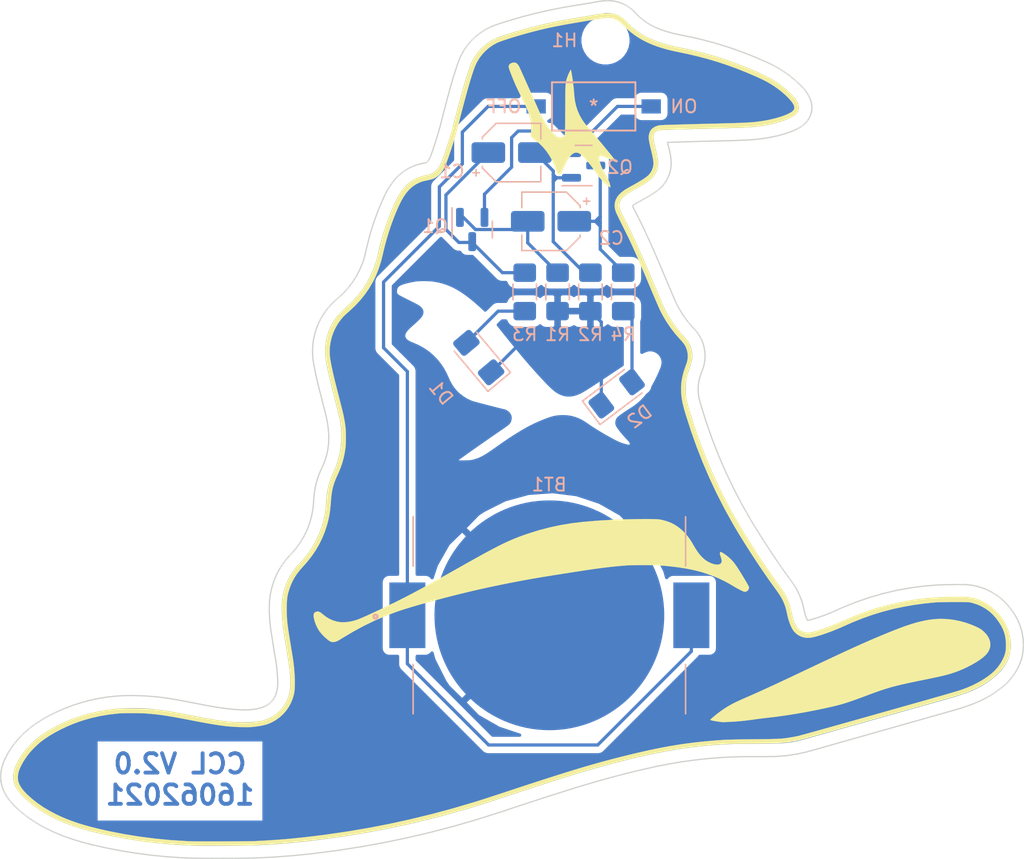
<source format=kicad_pcb>
(kicad_pcb (version 20211014) (generator pcbnew)
  (layers (0 "F.Cu" signal) (31 "B.Cu" signal) (34 "B.Paste" user) (35 "F.Paste" user) (36 "B.SilkS" user "B.Silkscreen") (37 "F.SilkS" user "F.Silkscreen") (38 "B.Mask" user) (39 "F.Mask" user) (44 "Edge.Cuts" user))
  (net 0 "")
  (net 1 "Net-(C1-Pad1)")
  (net 2 "Net-(C1-Pad2)")
  (net 3 "Net-(C2-Pad2)")
  (net 4 "Net-(C2-Pad1)")
  (net 5 "GND")
  (net 6 "Net-(D1-Pad2)")
  (net 7 "Net-(D2-Pad2)")
  (net 8 "Net-(Q1-Pad2)")
  (net 9 "Net-(BT1-Pad1)")
  (footprint "MountingHole:MountingHole_2.7mm_M2.5" (layer "F.Cu") (at 154.8384 61.5696)
    (fp_text reference "H1")
    (fp_text value "MountingHole")
  )
  (footprint "LOGO" (layer "F.Cu") (at 147.32 91.44)
    (fp_text reference "G***")
    (fp_text value "LOGO")
  )
  (footprint "LOGO" (layer "F.Cu") (at 147.32 91.44)
    (fp_text reference "G***")
    (fp_text value "LOGO")
  )
  (footprint "LOGO" (layer "F.Cu") (at 147.32 91.44)
    (fp_text reference "G***")
    (fp_text value "LOGO")
  )
  (footprint "Sorting Hat:MPD_BK-912-TR" (layer "B.Cu") (at 150.495 106.045)
    (fp_text reference "BT1")
    (fp_text value "BATTERY")
  )
  (footprint "Sorting Hat:A6S-1104-H" (layer "B.Cu") (at 153.924 66.675)
    (fp_text reference "SW1" hide)
    (fp_text value "SWITCH")
  )
  (footprint "Capacitor_SMD:CP_Elec_4x5.4" (layer "B.Cu") (at 147.574 70.247)
    (fp_text reference "C1")
    (fp_text value "10uF")
  )
  (footprint "Capacitor_SMD:CP_Elec_4x5.4" (layer "B.Cu") (at 150.622 75.565 180)
    (fp_text reference "C2")
    (fp_text value "10uF")
  )
  (footprint "Diode_SMD:D_1206_3216Metric_Pad1.42x1.75mm_HandSolder" (layer "B.Cu") (at 145.034 86.106 130)
    (fp_text reference "D1")
    (fp_text value "LED")
  )
  (footprint "Diode_SMD:D_1206_3216Metric_Pad1.42x1.75mm_HandSolder" (layer "B.Cu") (at 155.702 88.9 37)
    (fp_text reference "D2")
    (fp_text value "LED")
  )
  (footprint "Package_TO_SOT_SMD:SOT-23" (layer "B.Cu") (at 144.526 76.2 -90)
    (fp_text reference "Q1")
    (fp_text value "BC807")
  )
  (footprint "Package_TO_SOT_SMD:SOT-23" (layer "B.Cu") (at 153.146 71.247)
    (fp_text reference "Q2")
    (fp_text value "BC807")
  )
  (footprint "Resistor_SMD:R_1206_3216Metric_Pad1.42x1.75mm_HandSolder" (layer "B.Cu") (at 151.13 81.026 -90)
    (fp_text reference "R1")
    (fp_text value "100k")
  )
  (footprint "Resistor_SMD:R_1206_3216Metric_Pad1.42x1.75mm_HandSolder" (layer "B.Cu") (at 153.67 81.026 -90)
    (fp_text reference "R2")
    (fp_text value "100k")
  )
  (footprint "Resistor_SMD:R_1206_3216Metric_Pad1.42x1.75mm_HandSolder" (layer "B.Cu") (at 148.59 81.026 -90)
    (fp_text reference "R3")
    (fp_text value "330")
  )
  (footprint "Resistor_SMD:R_1206_3216Metric_Pad1.42x1.75mm_HandSolder" (layer "B.Cu") (at 156.21 81.026 -90)
    (fp_text reference "R4")
    (fp_text value "330")
  )
  (gr_line (start 136.9059 75.6559) (end 137.2708 74.6676) (layer "Edge.Cuts") (width 0.1))
  (gr_line (start 159.6952 72.1359) (end 159.5193 72.4673) (layer "Edge.Cuts") (width 0.1))
  (gr_line (start 170.6908 67.3841) (end 170.5896 67.5924) (layer "Edge.Cuts") (width 0.1))
  (gr_line (start 159.8232 71.7832) (end 159.6952 72.1359) (layer "Edge.Cuts") (width 0.1))
  (gr_line (start 169.6483 116.7832) (end 168.8499 116.9034) (layer "Edge.Cuts") (width 0.1))
  (gr_line (start 161.4424 61.30803) (end 162.2877 61.5035) (layer "Edge.Cuts") (width 0.1))
  (gr_line (start 132.2849 96.8148) (end 132.3231 96.4967) (layer "Edge.Cuts") (width 0.1))
  (gr_line (start 108.121548 119.1844) (end 108.068007 118.9161) (layer "Edge.Cuts") (width 0.1))
  (gr_line (start 146.3955 60.35291) (end 147.133 60.11256) (layer "Edge.Cuts") (width 0.1))
  (gr_line (start 126.0463 124.8524) (end 126.0463 124.8524) (layer "Edge.Cuts") (width 0.1))
  (gr_line (start 159.8964 70.6497) (end 159.9262 71.0348) (layer "Edge.Cuts") (width 0.1))
  (gr_line (start 132.2178 97.7186) (end 132.2627 97.135) (layer "Edge.Cuts") (width 0.1))
  (gr_line (start 139.6627 71.4377) (end 139.8957 71.3271) (layer "Edge.Cuts") (width 0.1))
  (gr_line (start 133.3777 82.2636) (end 133.619 81.9901) (layer "Edge.Cuts") (width 0.1))
  (gr_line (start 162.1682 87.5138) (end 162.0872 87.8157) (layer "Edge.Cuts") (width 0.1))
  (gr_line (start 168.41 63.8378) (end 168.7895 64.0891) (layer "Edge.Cuts") (width 0.1))
  (gr_line (start 108.69192 116.5801) (end 108.90908 116.2491) (layer "Edge.Cuts") (width 0.1))
  (gr_line (start 110.16463 114.8851) (end 110.43969 114.6645) (layer "Edge.Cuts") (width 0.1))
  (gr_line (start 187.1378 108.8655) (end 187.0484 109.3619) (layer "Edge.Cuts") (width 0.1))
  (gr_line (start 150.1276 59.30996) (end 150.886 59.14931) (layer "Edge.Cuts") (width 0.1))
  (gr_line (start 160.591 61.13825) (end 161.4424 61.30803) (layer "Edge.Cuts") (width 0.1))
  (gr_line (start 143.9979 62.1673) (end 144.1611 61.9436) (layer "Edge.Cuts") (width 0.1))
  (gr_line (start 128.8421 104.9675) (end 128.9022 104.4569) (layer "Edge.Cuts") (width 0.1))
  (gr_line (start 108.082656 118.0843) (end 108.145996 117.7965) (layer "Edge.Cuts") (width 0.1))
  (gr_line (start 128.8593 106.396) (end 128.8292 105.6824) (layer "Edge.Cuts") (width 0.1))
  (gr_line (start 141.5836 69.7433) (end 141.8256 68.9802) (layer "Edge.Cuts") (width 0.1))
  (gr_line (start 153.6459 58.67576) (end 154.2175 58.5693) (layer "Edge.Cuts") (width 0.1))
  (gr_line (start 172.9436 105.5469) (end 173.1007 105.4771) (layer "Edge.Cuts") (width 0.1))
  (gr_line (start 149.3728 59.48667) (end 150.1276 59.30996) (layer "Edge.Cuts") (width 0.1))
  (gr_line (start 120.1719 112.3602) (end 120.894 112.4515) (layer "Edge.Cuts") (width 0.1))
  (gr_line (start 143.3867 63.421) (end 143.48 63.1539) (layer "Edge.Cuts") (width 0.1))
  (gr_line (start 162.0872 87.8157) (end 162.0339 88.1224) (layer "Edge.Cuts") (width 0.1))
  (gr_line (start 158.3314 77.2753) (end 158.9258 78.6376) (layer "Edge.Cuts") (width 0.1))
  (gr_line (start 161.7612 69.3918) (end 159.6311 69.4594) (layer "Edge.Cuts") (width 0.1))
  (gr_line (start 114.36797 123.6021) (end 113.66992 123.3931) (layer "Edge.Cuts") (width 0.1))
  (gr_line (start 108.145996 117.7965) (end 108.238583 117.5027) (layer "Edge.Cuts") (width 0.1))
  (gr_line (start 170.8082 66.7029) (end 170.8017 66.9339) (layer "Edge.Cuts") (width 0.1))
  (gr_line (start 127.3375 113.3503) (end 127.7985 113.2956) (layer "Edge.Cuts") (width 0.1))
  (gr_line (start 162.1784 84.5427) (end 162.2798 84.7495) (layer "Edge.Cuts") (width 0.1))
  (gr_line (start 131.7701 99.3939) (end 131.9701 98.8515) (layer "Edge.Cuts") (width 0.1))
  (gr_line (start 164.7862 96.3086) (end 165.4507 97.5736) (layer "Edge.Cuts") (width 0.1))
  (gr_line (start 124.4058 124.8524) (end 123.2223 124.8446) (layer "Edge.Cuts") (width 0.1))
  (gr_line (start 141.3204 70.4996) (end 141.5836 69.7433) (layer "Edge.Cuts") (width 0.1))
  (gr_line (start 160.728 117.3824) (end 159.7479 117.546) (layer "Edge.Cuts") (width 0.1))
  (gr_line (start 162.3654 86.9978) (end 162.2769 87.2187) (layer "Edge.Cuts") (width 0.1))
  (gr_line (start 143.0782 64.3656) (end 143.3867 63.421) (layer "Edge.Cuts") (width 0.1))
  (gr_line (start 113.66992 123.3931) (end 112.94666 123.1424) (layer "Edge.Cuts") (width 0.1))
  (gr_line (start 154.2175 58.5693) (end 154.598 58.51384) (layer "Edge.Cuts") (width 0.1))
  (gr_line (start 112.4157 113.5027) (end 112.95373 113.2677) (layer "Edge.Cuts") (width 0.1))
  (gr_line (start 144.7234 61.33577) (end 144.9334 61.15599) (layer "Edge.Cuts") (width 0.1))
  (gr_line (start 184.6755 104.2284) (end 185.1135 104.5001) (layer "Edge.Cuts") (width 0.1))
  (gr_line (start 170.7819 66.4699) (end 170.8082 66.7029) (layer "Edge.Cuts") (width 0.1))
  (gr_line (start 162.6078 91.0298) (end 163.0793 92.3796) (layer "Edge.Cuts") (width 0.1))
  (gr_line (start 155.1863 118.6104) (end 153.8821 118.9781) (layer "Edge.Cuts") (width 0.1))
  (gr_line (start 129.2252 112.41) (end 129.2995 112.2618) (layer "Edge.Cuts") (width 0.1))
  (gr_line (start 132.1713 85.5856) (end 132.1868 85.2234) (layer "Edge.Cuts") (width 0.1))
  (gr_line (start 112.94666 123.1424) (end 112.20852 122.8419) (layer "Edge.Cuts") (width 0.1))
  (gr_line (start 159.5193 72.4673) (end 159.2977 72.7722) (layer "Edge.Cuts") (width 0.1))
  (gr_line (start 156.1782 58.73008) (end 156.4505 58.86739) (layer "Edge.Cuts") (width 0.1))
  (gr_line (start 133.4312 92.2244) (end 133.4004 91.6883) (layer "Edge.Cuts") (width 0.1))
  (gr_line (start 182.7715 113.087) (end 182.2859 113.2446) (layer "Edge.Cuts") (width 0.1))
  (gr_line (start 132.4226 87.4112) (end 132.2767 86.6812) (layer "Edge.Cuts") (width 0.1))
  (gr_line (start 108.068007 118.9161) (end 108.043672 118.6436) (layer "Edge.Cuts") (width 0.1))
  (gr_line (start 162.5224 86.317) (end 162.488 86.546) (layer "Edge.Cuts") (width 0.1))
  (gr_line (start 139.018 71.8639) (end 139.2239 71.7061) (layer "Edge.Cuts") (width 0.1))
  (gr_line (start 132.635 95.258) (end 132.7519 94.9598) (layer "Edge.Cuts") (width 0.1))
  (gr_line (start 166.402 62.859) (end 167.1984 63.2046) (layer "Edge.Cuts") (width 0.1))
  (gr_line (start 109.65659 121.2849) (end 109.31322 120.985) (layer "Edge.Cuts") (width 0.1))
  (gr_line (start 129.4844 111.3619) (end 129.4653 110.7769) (layer "Edge.Cuts") (width 0.1))
  (gr_line (start 133.619 81.9901) (end 133.8804 81.7322) (layer "Edge.Cuts") (width 0.1))
  (gr_line (start 127.5969 124.8242) (end 126.0463 124.8524) (layer "Edge.Cuts") (width 0.1))
  (gr_line (start 165.8736 69.2716) (end 164.7865 69.3163) (layer "Edge.Cuts") (width 0.1))
  (gr_line (start 166.1619 98.814) (end 166.9192 100.0285) (layer "Edge.Cuts") (width 0.1))
  (gr_line (start 128.9022 104.4569) (end 129.0067 103.9566) (layer "Edge.Cuts") (width 0.1))
  (gr_line (start 187.0673 107.3822) (end 187.1463 107.871) (layer "Edge.Cuts") (width 0.1))
  (gr_line (start 129.24 109.0373) (end 129.1109 108.231) (layer "Edge.Cuts") (width 0.1))
  (gr_line (start 108.238583 117.5027) (end 108.36043 117.2023) (layer "Edge.Cuts") (width 0.1))
  (gr_line (start 132.5882 88.1336) (end 132.4226 87.4112) (layer "Edge.Cuts") (width 0.1))
  (gr_line (start 183.7611 112.6978) (end 183.2652 112.9065) (layer "Edge.Cuts") (width 0.1))
  (gr_line (start 122.0405 124.8005) (end 120.8611 124.72) (layer "Edge.Cuts") (width 0.1))
  (gr_line (start 137.6904 73.7003) (end 137.8256 73.4145) (layer "Edge.Cuts") (width 0.1))
  (gr_line (start 131.5213 99.9157) (end 131.7701 99.3939) (layer "Edge.Cuts") (width 0.1))
  (gr_line (start 157.8022 117.9553) (end 156.4935 118.2678) (layer "Edge.Cuts") (width 0.1))
  (gr_line (start 179.6167 103.7695) (end 180.7419 103.6879) (layer "Edge.Cuts") (width 0.1))
  (gr_line (start 130.8831 100.8839) (end 131.2252 100.4135) (layer "Edge.Cuts") (width 0.1))
  (gr_line (start 186.0929 111.0714) (end 185.8198 111.3551) (layer "Edge.Cuts") (width 0.1))
  (gr_line (start 143.48 63.1539) (end 143.5883 62.8945) (layer "Edge.Cuts") (width 0.1))
  (gr_line (start 169.9603 104.7699) (end 170.0528 105.0439) (layer "Edge.Cuts") (width 0.1))
  (gr_line (start 110.71942 114.4593) (end 111.28714 114.0915) (layer "Edge.Cuts") (width 0.1))
  (gr_line (start 163.1262 61.7244) (end 163.9575 61.9705) (layer "Edge.Cuts") (width 0.1))
  (gr_line (start 158.3326 60.37547) (end 158.7647 60.58938) (layer "Edge.Cuts") (width 0.1))
  (gr_line (start 124.7304 113.1539) (end 125.2959 113.2363) (layer "Edge.Cuts") (width 0.1))
  (gr_line (start 187.1701 108.3669) (end 187.1378 108.8655) (layer "Edge.Cuts") (width 0.1))
  (gr_line (start 159.2108 60.76632) (end 159.6667 60.91257) (layer "Edge.Cuts") (width 0.1))
  (gr_line (start 108.62756 120.2252) (end 108.4573 119.9689) (layer "Edge.Cuts") (width 0.1))
  (gr_line (start 136.343 77.6863) (end 136.5964 76.6629) (layer "Edge.Cuts") (width 0.1))
  (gr_line (start 128.9323 107.1066) (end 128.8593 106.396) (layer "Edge.Cuts") (width 0.1))
  (gr_line (start 170.4587 67.7876) (end 170.2983 67.9694) (layer "Edge.Cuts") (width 0.1))
  (gr_line (start 170.8017 66.9339) (end 170.7621 67.1627) (layer "Edge.Cuts") (width 0.1))
  (gr_line (start 114.23276 112.8131) (end 114.88643 112.6353) (layer "Edge.Cuts") (width 0.1))
  (gr_line (start 143.1005 122.3641) (end 141.3143 122.8318) (layer "Edge.Cuts") (width 0.1))
  (gr_line (start 168.1247 101.8676) (end 168.7083 102.7051) (layer "Edge.Cuts") (width 0.1))
  (gr_line (start 178.499 103.9099) (end 179.6167 103.7695) (layer "Edge.Cuts") (width 0.1))
  (gr_line (start 160.5886 82.4153) (end 160.7682 82.7094) (layer "Edge.Cuts") (width 0.1))
  (gr_line (start 184.7354 112.1751) (end 184.2531 112.4558) (layer "Edge.Cuts") (width 0.1))
  (gr_line (start 129.3431 109.6136) (end 129.24 109.0373) (layer "Edge.Cuts") (width 0.1))
  (gr_line (start 133.2052 90.552) (end 132.9469 89.5468) (layer "Edge.Cuts") (width 0.1))
  (gr_line (start 148.6219 59.67938) (end 149.3728 59.48667) (layer "Edge.Cuts") (width 0.1))
  (gr_line (start 159.8117 70.1753) (end 159.8964 70.6497) (layer "Edge.Cuts") (width 0.1))
  (gr_line (start 171.784 106.0406) (end 172.3693 105.807) (layer "Edge.Cuts") (width 0.1))
  (gr_line (start 113.58809 113.024) (end 114.23276 112.8131) (layer "Edge.Cuts") (width 0.1))
  (gr_line (start 185.202 111.8506) (end 184.7354 112.1751) (layer "Edge.Cuts") (width 0.1))
  (gr_line (start 162.0084 88.4321) (end 162.0109 88.7428) (layer "Edge.Cuts") (width 0.1))
  (gr_line (start 129.1458 124.7525) (end 127.5969 124.8242) (layer "Edge.Cuts") (width 0.1))
  (gr_line (start 162.488 86.546) (end 162.4357 86.7733) (layer "Edge.Cuts") (width 0.1))
  (gr_line (start 131.9701 98.8515) (end 132.1198 98.2919) (layer "Edge.Cuts") (width 0.1))
  (gr_line (start 108.51153 116.895) (end 108.69192 116.5801) (layer "Edge.Cuts") (width 0.1))
  (gr_line (start 156.9296 74.3635) (end 157.0238 74.5764) (layer "Edge.Cuts") (width 0.1))
  (gr_line (start 157.3689 75.2436) (end 157.701 75.917) (layer "Edge.Cuts") (width 0.1))
  (gr_line (start 144.3367 61.7301) (end 144.5244 61.5273) (layer "Edge.Cuts") (width 0.1))
  (gr_line (start 154.598 58.51384) (end 154.9819 58.49251) (layer "Edge.Cuts") (width 0.1))
  (gr_line (start 159.0329 73.0453) (end 158.7271 73.2814) (layer "Edge.Cuts") (width 0.1))
  (gr_line (start 186.5103 106.0057) (end 186.7483 106.4449) (layer "Edge.Cuts") (width 0.1))
  (gr_line (start 170.0528 105.0439) (end 170.1305 105.3229) (layer "Edge.Cuts") (width 0.1))
  (gr_line (start 157.0578 74.2647) (end 156.9296 74.3635) (layer "Edge.Cuts") (width 0.1))
  (gr_line (start 161.9275 84.1518) (end 162.0609 84.3431) (layer "Edge.Cuts") (width 0.1))
  (gr_line (start 161.712 117.2463) (end 160.728 117.3824) (layer "Edge.Cuts") (width 0.1))
  (gr_line (start 133.1571 82.5513) (end 133.3777 82.2636) (layer "Edge.Cuts") (width 0.1))
  (gr_line (start 169.8534 104.5014) (end 169.9603 104.7699) (layer "Edge.Cuts") (width 0.1))
  (gr_line (start 170.7228 66.2351) (end 170.7819 66.4699) (layer "Edge.Cuts") (width 0.1))
  (gr_line (start 133.8804 81.7322) (end 134.1615 81.4909) (layer "Edge.Cuts") (width 0.1))
  (gr_line (start 132.2767 86.6812) (end 132.2159 86.3157) (layer "Edge.Cuts") (width 0.1))
  (gr_line (start 123.2223 124.8446) (end 122.0405 124.8005) (layer "Edge.Cuts") (width 0.1))
  (gr_line (start 164.1691 95.0204) (end 164.7862 96.3086) (layer "Edge.Cuts") (width 0.1))
  (gr_line (start 132.1868 85.2234) (end 132.2267 84.8646) (layer "Edge.Cuts") (width 0.1))
  (gr_line (start 135.8927 123.9591) (end 134.0676 124.2423) (layer "Edge.Cuts") (width 0.1))
  (gr_line (start 186.7534 110.0968) (end 186.561 110.4405) (layer "Edge.Cuts") (width 0.1))
  (gr_line (start 132.3775 96.1814) (end 132.4476 95.8695) (layer "Edge.Cuts") (width 0.1))
  (gr_line (start 110.36567 121.8216) (end 110.00784 121.5634) (layer "Edge.Cuts") (width 0.1))
  (gr_line (start 132.2159 86.3157) (end 132.1809 85.9501) (layer "Edge.Cuts") (width 0.1))
  (gr_line (start 165.6766 116.978) (end 164.6823 117.0035) (layer "Edge.Cuts") (width 0.1))
  (gr_line (start 132.3786 84.1622) (end 132.4895 83.8211) (layer "Edge.Cuts") (width 0.1))
  (gr_line (start 132.6233 83.4882) (end 132.7795 83.1648) (layer "Edge.Cuts") (width 0.1))
  (gr_line (start 186.3404 110.7659) (end 186.0929 111.0714) (layer "Edge.Cuts") (width 0.1))
  (gr_line (start 124.1623 113.0561) (end 124.7304 113.1539) (layer "Edge.Cuts") (width 0.1))
  (gr_line (start 118.5132 124.4508) (end 117.3462 124.2622) (layer "Edge.Cuts") (width 0.1))
  (gr_line (start 185.1135 104.5001) (end 185.52 104.8195) (layer "Edge.Cuts") (width 0.1))
  (gr_line (start 110.00784 121.5634) (end 109.65659 121.2849) (layer "Edge.Cuts") (width 0.1))
  (gr_line (start 129.1109 108.231) (end 129.0481 107.8122) (layer "Edge.Cuts") (width 0.1))
  (gr_line (start 169.4481 103.735) (end 169.597 103.9834) (layer "Edge.Cuts") (width 0.1))
  (gr_line (start 133.0897 94.2034) (end 133.2464 93.7293) (layer "Edge.Cuts") (width 0.1))
  (gr_line (start 141.1791 70.8006) (end 141.3204 70.4996) (layer "Edge.Cuts") (width 0.1))
  (gr_line (start 138.2837 72.654) (end 138.4539 72.4326) (layer "Edge.Cuts") (width 0.1))
  (gr_line (start 164.6823 117.0035) (end 163.6898 117.0568) (layer "Edge.Cuts") (width 0.1))
  (gr_line (start 158.7271 73.2814) (end 158.2008 73.6184) (layer "Edge.Cuts") (width 0.1))
  (gr_line (start 169.8899 68.2921) (end 169.6422 68.4326) (layer "Edge.Cuts") (width 0.1))
  (gr_line (start 109.38164 115.6478) (end 109.63417 115.3759) (layer "Edge.Cuts") (width 0.1))
  (gr_line (start 134.0676 124.2423) (end 132.2348 124.479) (layer "Edge.Cuts") (width 0.1))
  (gr_line (start 112.95373 113.2677) (end 113.58809 113.024) (layer "Edge.Cuts") (width 0.1))
  (gr_line (start 116.88875 112.3033) (end 117.5657 112.2605) (layer "Edge.Cuts") (width 0.1))
  (gr_line (start 133.3248 91.1316) (end 133.2052 90.552) (layer "Edge.Cuts") (width 0.1))
  (gr_line (start 139.517 123.2536) (end 137.7095 123.6295) (layer "Edge.Cuts") (width 0.1))
  (gr_line (start 108.4573 119.9689) (end 108.316204 119.7103) (layer "Edge.Cuts") (width 0.1))
  (gr_line (start 109.13946 115.9386) (end 109.38164 115.6478) (layer "Edge.Cuts") (width 0.1))
  (gr_line (start 121.6056 112.567) (end 123.0027 112.8314) (layer "Edge.Cuts") (width 0.1))
  (gr_line (start 169.3659 68.5589) (end 168.7796 68.7704) (layer "Edge.Cuts") (width 0.1))
  (gr_line (start 132.9575 82.8521) (end 133.1571 82.5513) (layer "Edge.Cuts") (width 0.1))
  (gr_line (start 144.1611 61.9436) (end 144.3367 61.7301) (layer "Edge.Cuts") (width 0.1))
  (gr_line (start 162.3649 84.9626) (end 162.4335 85.181) (layer "Edge.Cuts") (width 0.1))
  (gr_line (start 138.8211 72.0376) (end 139.018 71.8639) (layer "Edge.Cuts") (width 0.1))
  (gr_line (start 120.8611 124.72) (end 119.6851 124.6035) (layer "Edge.Cuts") (width 0.1))
  (gr_line (start 109.31322 120.985) (end 109.05553 120.7328) (layer "Edge.Cuts") (width 0.1))
  (gr_line (start 140.6494 71.0889) (end 140.919 71.0406) (layer "Edge.Cuts") (width 0.1))
  (gr_line (start 169.8441 64.9563) (end 170.1652 65.2814) (layer "Edge.Cuts") (width 0.1))
  (gr_line (start 133.4004 91.6883) (end 133.3248 91.1316) (layer "Edge.Cuts") (width 0.1))
  (gr_line (start 116.18505 124.0377) (end 115.03053 123.7774) (layer "Edge.Cuts") (width 0.1))
  (gr_line (start 170.1652 65.2814) (end 170.3524 65.5217) (layer "Edge.Cuts") (width 0.1))
  (gr_line (start 167.6137 63.395) (end 168.0179 63.6063) (layer "Edge.Cuts") (width 0.1))
  (gr_line (start 129.4182 110.1938) (end 129.3431 109.6136) (layer "Edge.Cuts") (width 0.1))
  (gr_line (start 186.2212 105.5923) (end 186.5103 106.0057) (layer "Edge.Cuts") (width 0.1))
  (gr_line (start 144.9334 61.15599) (end 145.1539 60.98848) (layer "Edge.Cuts") (width 0.1))
  (gr_line (start 170.5896 67.5924) (end 170.4587 67.7876) (layer "Edge.Cuts") (width 0.1))
  (gr_line (start 137.9695 73.1449) (end 138.1222 72.8914) (layer "Edge.Cuts") (width 0.1))
  (gr_line (start 168.7895 64.0891) (end 169.1555 64.3597) (layer "Edge.Cuts") (width 0.1))
  (gr_line (start 170.4933 106.4474) (end 170.5841 106.4265) (layer "Edge.Cuts") (width 0.1))
  (gr_line (start 163.8964 69.3373) (end 161.7612 69.3918) (layer "Edge.Cuts") (width 0.1))
  (gr_line (start 132.884 94.6673) (end 133.0897 94.2034) (layer "Edge.Cuts") (width 0.1))
  (gr_line (start 170.4375 116.608) (end 169.6483 116.7832) (layer "Edge.Cuts") (width 0.1))
  (gr_line (start 186.7483 106.4449) (end 186.9343 106.9053) (layer "Edge.Cuts") (width 0.1))
  (gr_line (start 155.5964 58.54678) (end 155.8927 58.62284) (layer "Edge.Cuts") (width 0.1))
  (gr_line (start 159.6311 69.4594) (end 159.6975 69.7072) (layer "Edge.Cuts") (width 0.1))
  (gr_line (start 162.0996 89.3596) (end 162.1861 89.662) (layer "Edge.Cuts") (width 0.1))
  (gr_line (start 145.3843 60.83375) (end 145.6242 60.69232) (layer "Edge.Cuts") (width 0.1))
  (gr_line (start 153.8821 118.9781) (end 152.5822 119.3659) (layer "Edge.Cuts") (width 0.1))
  (gr_line (start 129.1385 112.5476) (end 129.2252 112.41) (layer "Edge.Cuts") (width 0.1))
  (gr_line (start 167.2368 116.978) (end 166.2455 116.978) (layer "Edge.Cuts") (width 0.1))
  (gr_line (start 138.1222 72.8914) (end 138.2837 72.654) (layer "Edge.Cuts") (width 0.1))
  (gr_line (start 132.3231 96.4967) (end 132.3775 96.1814) (layer "Edge.Cuts") (width 0.1))
  (gr_line (start 163.0793 92.3796) (end 163.5999 93.7103) (layer "Edge.Cuts") (width 0.1))
  (gr_line (start 142.3012 67.2046) (end 142.8008 65.3154) (layer "Edge.Cuts") (width 0.1))
  (gr_line (start 111.09594 122.2809) (end 110.7288 122.0604) (layer "Edge.Cuts") (width 0.1))
  (gr_line (start 168.8499 116.9034) (end 168.0451 116.9685) (layer "Edge.Cuts") (width 0.1))
  (gr_line (start 129.2995 112.2618) (end 129.3613 112.1029) (layer "Edge.Cuts") (width 0.1))
  (gr_line (start 158.7725 117.737) (end 157.8022 117.9553) (layer "Edge.Cuts") (width 0.1))
  (gr_line (start 117.5657 112.2605) (end 118.2452 112.252) (layer "Edge.Cuts") (width 0.1))
  (gr_line (start 119.21 112.2809) (end 120.1719 112.3602) (layer "Edge.Cuts") (width 0.1))
  (gr_line (start 182.2859 113.2446) (end 181.3625 113.512) (layer "Edge.Cuts") (width 0.1))
  (gr_line (start 115.54785 112.4909) (end 116.21571 112.3802) (layer "Edge.Cuts") (width 0.1))
  (gr_line (start 127.7985 113.2956) (end 128.1833 113.2065) (layer "Edge.Cuts") (width 0.1))
  (gr_line (start 151.6479 59.00479) (end 152.413 58.87646) (layer "Edge.Cuts") (width 0.1))
  (gr_line (start 133.355 93.2428) (end 133.4163 92.7418) (layer "Edge.Cuts") (width 0.1))
  (gr_line (start 128.5184 113.073) (end 128.6673 112.9897) (layer "Edge.Cuts") (width 0.1))
  (gr_line (start 170.1305 105.3229) (end 170.1932 105.6062) (layer "Edge.Cuts") (width 0.1))
  (gr_line (start 108.36043 117.2023) (end 108.51153 116.895) (layer "Edge.Cuts") (width 0.1))
  (gr_line (start 110.7288 122.0604) (end 110.36567 121.8216) (layer "Edge.Cuts") (width 0.1))
  (gr_line (start 159.6667 60.91257) (end 160.1282 61.03445) (layer "Edge.Cuts") (width 0.1))
  (gr_line (start 110.43969 114.6645) (end 110.71942 114.4593) (layer "Edge.Cuts") (width 0.1))
  (gr_line (start 166.9192 100.0285) (end 167.5299 100.977) (layer "Edge.Cuts") (width 0.1))
  (gr_line (start 136.2201 78.2353) (end 136.343 77.6863) (layer "Edge.Cuts") (width 0.1))
  (gr_line (start 183.7215 103.8376) (end 184.21 104.0068) (layer "Edge.Cuts") (width 0.1))
  (gr_line (start 157.342 59.63758) (end 157.5277 59.81152) (layer "Edge.Cuts") (width 0.1))
  (gr_line (start 156.9456 59.22789) (end 157.1634 59.44889) (layer "Edge.Cuts") (width 0.1))
  (gr_line (start 132.4476 95.8695) (end 132.5335 95.5615) (layer "Edge.Cuts") (width 0.1))
  (gr_line (start 134.5732 81.1075) (end 134.9483 80.6924) (layer "Edge.Cuts") (width 0.1))
  (gr_line (start 131.2252 100.4135) (end 131.5213 99.9157) (layer "Edge.Cuts") (width 0.1))
  (gr_line (start 143.5883 62.8945) (end 143.711 62.6433) (layer "Edge.Cuts") (width 0.1))
  (gr_line (start 162.6995 117.1377) (end 161.712 117.2463) (layer "Edge.Cuts") (width 0.1))
  (gr_line (start 129.4653 110.7769) (end 129.4182 110.1938) (layer "Edge.Cuts") (width 0.1))
  (gr_line (start 108.316204 119.7103) (end 108.204284 119.449) (layer "Edge.Cuts") (width 0.1))
  (gr_line (start 170.1932 105.6062) (end 170.2786 105.9767) (layer "Edge.Cuts") (width 0.1))
  (gr_line (start 170.6314 65.9988) (end 170.7228 66.2351) (layer "Edge.Cuts") (width 0.1))
  (gr_line (start 159.6975 69.7072) (end 159.8117 70.1753) (layer "Edge.Cuts") (width 0.1))
  (gr_line (start 161.3839 83.5399) (end 161.6137 83.7981) (layer "Edge.Cuts") (width 0.1))
  (gr_line (start 170.5079 65.7609) (end 170.6314 65.9988) (layer "Edge.Cuts") (width 0.1))
  (gr_line (start 160.7682 82.7094) (end 160.9608 82.9951) (layer "Edge.Cuts") (width 0.1))
  (gr_line (start 157.1948 74.1785) (end 157.0578 74.2647) (layer "Edge.Cuts") (width 0.1))
  (gr_line (start 129.4477 111.7534) (end 129.4844 111.3619) (layer "Edge.Cuts") (width 0.1))
  (gr_line (start 136.5964 76.6629) (end 136.9059 75.6559) (layer "Edge.Cuts") (width 0.1))
  (gr_line (start 169.7322 104.2391) (end 169.8534 104.5014) (layer "Edge.Cuts") (width 0.1))
  (gr_line (start 132.4895 83.8211) (end 132.6233 83.4882) (layer "Edge.Cuts") (width 0.1))
  (gr_line (start 141.3143 122.8318) (end 139.517 123.2536) (layer "Edge.Cuts") (width 0.1))
  (gr_line (start 170.2786 105.9767) (end 170.4131 106.3322) (layer "Edge.Cuts") (width 0.1))
  (gr_line (start 132.2627 97.135) (end 132.2849 96.8148) (layer "Edge.Cuts") (width 0.1))
  (gr_line (start 126.0463 124.8524) (end 126.0463 124.8524) (layer "Edge.Cuts") (width 0.1))
  (gr_line (start 150.0017 120.1823) (end 147.4566 121.0199) (layer "Edge.Cuts") (width 0.1))
  (gr_line (start 184.2531 112.4558) (end 183.7611 112.6978) (layer "Edge.Cuts") (width 0.1))
  (gr_line (start 140.1378 71.2321) (end 140.389 71.1527) (layer "Edge.Cuts") (width 0.1))
  (gr_line (start 162.4335 85.181) (end 162.4855 85.4037) (layer "Edge.Cuts") (width 0.1))
  (gr_line (start 167.5299 100.977) (end 168.1247 101.8676) (layer "Edge.Cuts") (width 0.1))
  (gr_line (start 160.2693 81.8039) (end 160.4222 82.1133) (layer "Edge.Cuts") (width 0.1))
  (gr_line (start 116.21571 112.3802) (end 116.88875 112.3033) (layer "Edge.Cuts") (width 0.1))
  (gr_line (start 162.1861 89.662) (end 162.6078 91.0298) (layer "Edge.Cuts") (width 0.1))
  (gr_line (start 108.90908 116.2491) (end 109.13946 115.9386) (layer "Edge.Cuts") (width 0.1))
  (gr_line (start 158.9258 78.6376) (end 159.495 79.99) (layer "Edge.Cuts") (width 0.1))
  (gr_line (start 141.8256 68.9802) (end 142.0462 68.2106) (layer "Edge.Cuts") (width 0.1))
  (gr_line (start 163.5999 93.7103) (end 164.1691 95.0204) (layer "Edge.Cuts") (width 0.1))
  (gr_line (start 169.1555 64.3597) (end 169.5073 64.6489) (layer "Edge.Cuts") (width 0.1))
  (gr_line (start 185.52 104.8195) (end 185.8907 105.1844) (layer "Edge.Cuts") (width 0.1))
  (gr_line (start 161.7784 83.9698) (end 161.9275 84.1518) (layer "Edge.Cuts") (width 0.1))
  (gr_line (start 126.0826 113.3263) (end 126.8735 113.3654) (layer "Edge.Cuts") (width 0.1))
  (gr_line (start 137.7095 123.6295) (end 135.8927 123.9591) (layer "Edge.Cuts") (width 0.1))
  (gr_line (start 166.4401 69.227) (end 165.8736 69.2716) (layer "Edge.Cuts") (width 0.1))
  (gr_line (start 111.4658 122.4839) (end 111.09594 122.2809) (layer "Edge.Cuts") (width 0.1))
  (gr_line (start 134.1615 81.4909) (end 134.5732 81.1075) (layer "Edge.Cuts") (width 0.1))
  (gr_line (start 168.7083 102.7051) (end 169.2857 103.4945) (layer "Edge.Cuts") (width 0.1))
  (gr_line (start 155.8927 58.62284) (end 156.1782 58.73008) (layer "Edge.Cuts") (width 0.1))
  (gr_line (start 109.89564 115.1219) (end 110.16463 114.8851) (layer "Edge.Cuts") (width 0.1))
  (gr_line (start 126.0463 124.8524) (end 125.233 124.8524) (layer "Edge.Cuts") (width 0.1))
  (gr_line (start 160.4222 82.1133) (end 160.5886 82.4153) (layer "Edge.Cuts") (width 0.1))
  (gr_line (start 139.2239 71.7061) (end 139.4388 71.564) (layer "Edge.Cuts") (width 0.1))
  (gr_line (start 132.2267 84.8646) (end 132.2908 84.5105) (layer "Edge.Cuts") (width 0.1))
  (gr_line (start 133.4163 92.7418) (end 133.4312 92.2244) (layer "Edge.Cuts") (width 0.1))
  (gr_line (start 141.0621 70.9625) (end 141.1791 70.8006) (layer "Edge.Cuts") (width 0.1))
  (gr_line (start 159.7479 117.546) (end 158.7725 117.737) (layer "Edge.Cuts") (width 0.1))
  (gr_line (start 132.5335 95.5615) (end 132.635 95.258) (layer "Edge.Cuts") (width 0.1))
  (gr_line (start 128.9278 112.7903) (end 129.0393 112.6743) (layer "Edge.Cuts") (width 0.1))
  (gr_line (start 139.4388 71.564) (end 139.6627 71.4377) (layer "Edge.Cuts") (width 0.1))
  (gr_line (start 157.5277 59.81152) (end 157.9189 60.11829) (layer "Edge.Cuts") (width 0.1))
  (gr_line (start 118.2452 112.252) (end 119.21 112.2809) (layer "Edge.Cuts") (width 0.1))
  (gr_line (start 172.3693 105.807) (end 172.9436 105.5469) (layer "Edge.Cuts") (width 0.1))
  (gr_line (start 129.0393 112.6743) (end 129.1385 112.5476) (layer "Edge.Cuts") (width 0.1))
  (gr_line (start 157.6556 73.9237) (end 157.1948 74.1785) (layer "Edge.Cuts") (width 0.1))
  (gr_line (start 108.043672 118.6436) (end 108.048551 118.3665) (layer "Edge.Cuts") (width 0.1))
  (gr_line (start 165.5959 62.5381) (end 166.402 62.859) (layer "Edge.Cuts") (width 0.1))
  (gr_line (start 152.5822 119.3659) (end 150.0017 120.1823) (layer "Edge.Cuts") (width 0.1))
  (gr_line (start 162.5392 86.0872) (end 162.5224 86.317) (layer "Edge.Cuts") (width 0.1))
  (gr_line (start 167.6019 69.0654) (end 167.0173 69.1601) (layer "Edge.Cuts") (width 0.1))
  (gr_line (start 159.495 79.99) (end 160.1303 81.4874) (layer "Edge.Cuts") (width 0.1))
  (gr_line (start 162.2769 87.2187) (end 162.1682 87.5138) (layer "Edge.Cuts") (width 0.1))
  (gr_line (start 128.8292 105.6824) (end 128.8421 104.9675) (layer "Edge.Cuts") (width 0.1))
  (gr_line (start 157.0238 74.5764) (end 157.3689 75.2436) (layer "Edge.Cuts") (width 0.1))
  (gr_line (start 134.9483 80.6924) (end 135.2852 80.2483) (layer "Edge.Cuts") (width 0.1))
  (gr_line (start 147.4566 121.0199) (end 146.6363 121.2922) (layer "Edge.Cuts") (width 0.1))
  (gr_line (start 145.1539 60.98848) (end 145.3843 60.83375) (layer "Edge.Cuts") (width 0.1))
  (gr_line (start 109.05553 120.7328) (end 108.82697 120.4797) (layer "Edge.Cuts") (width 0.1))
  (gr_line (start 170.5841 106.4265) (end 171.1886 106.2472) (layer "Edge.Cuts") (width 0.1))
  (gr_line (start 154.9819 58.49251) (end 155.292 58.50297) (layer "Edge.Cuts") (width 0.1))
  (gr_line (start 159.2977 72.7722) (end 159.0329 73.0453) (layer "Edge.Cuts") (width 0.1))
  (gr_line (start 140.389 71.1527) (end 140.6494 71.0889) (layer "Edge.Cuts") (width 0.1))
  (gr_line (start 168.1905 68.9374) (end 167.6019 69.0654) (layer "Edge.Cuts") (width 0.1))
  (gr_line (start 138.6331 72.2271) (end 138.8211 72.0376) (layer "Edge.Cuts") (width 0.1))
  (gr_line (start 146.1303 60.45138) (end 146.3955 60.35291) (layer "Edge.Cuts") (width 0.1))
  (gr_line (start 147.8753 59.88803) (end 148.6219 59.67938) (layer "Edge.Cuts") (width 0.1))
  (gr_line (start 156.4935 118.2678) (end 155.1863 118.6104) (layer "Edge.Cuts") (width 0.1))
  (gr_line (start 158.7647 60.58938) (end 159.2108 60.76632) (layer "Edge.Cuts") (width 0.1))
  (gr_line (start 159.901 71.4144) (end 159.8232 71.7832) (layer "Edge.Cuts") (width 0.1))
  (gr_line (start 117.3462 124.2622) (end 116.18505 124.0377) (layer "Edge.Cuts") (width 0.1))
  (gr_line (start 130.4966 101.3235) (end 130.8831 100.8839) (layer "Edge.Cuts") (width 0.1))
  (gr_line (start 163.6898 117.0568) (end 162.6995 117.1377) (layer "Edge.Cuts") (width 0.1))
  (gr_line (start 186.9163 109.7368) (end 186.7534 110.0968) (layer "Edge.Cuts") (width 0.1))
  (gr_line (start 130.1517 101.7048) (end 130.4966 101.3235) (layer "Edge.Cuts") (width 0.1))
  (gr_line (start 147.133 60.11256) (end 147.8753 59.88803) (layer "Edge.Cuts") (width 0.1))
  (gr_line (start 173.1007 105.4771) (end 174.1473 105.0499) (layer "Edge.Cuts") (width 0.1))
  (gr_line (start 125.2959 113.2363) (end 126.0826 113.3263) (layer "Edge.Cuts") (width 0.1))
  (gr_line (start 132.9469 89.5468) (end 132.5882 88.1336) (layer "Edge.Cuts") (width 0.1))
  (gr_line (start 170.2983 67.9694) (end 170.1086 68.1377) (layer "Edge.Cuts") (width 0.1))
  (gr_line (start 135.8382 79.2838) (end 136.0514 78.7687) (layer "Edge.Cuts") (width 0.1))
  (gr_line (start 132.7519 94.9598) (end 132.884 94.6673) (layer "Edge.Cuts") (width 0.1))
  (gr_line (start 136.0514 78.7687) (end 136.2201 78.2353) (layer "Edge.Cuts") (width 0.1))
  (gr_line (start 132.2348 124.479) (end 130.6921 124.6374) (layer "Edge.Cuts") (width 0.1))
  (gr_line (start 185.8198 111.3551) (end 185.5224 111.6155) (layer "Edge.Cuts") (width 0.1))
  (gr_line (start 162.5385 85.8578) (end 162.5392 86.0872) (layer "Edge.Cuts") (width 0.1))
  (gr_line (start 163.9575 61.9705) (end 164.7809 62.2418) (layer "Edge.Cuts") (width 0.1))
  (gr_line (start 185.8907 105.1844) (end 186.2212 105.5923) (layer "Edge.Cuts") (width 0.1))
  (gr_line (start 162.4357 86.7733) (end 162.3654 86.9978) (layer "Edge.Cuts") (width 0.1))
  (gr_line (start 123.0027 112.8314) (end 124.1623 113.0561) (layer "Edge.Cuts") (width 0.1))
  (gr_line (start 145.6242 60.69232) (end 145.873 60.56469) (layer "Edge.Cuts") (width 0.1))
  (gr_line (start 164.7809 62.2418) (end 165.5959 62.5381) (layer "Edge.Cuts") (width 0.1))
  (gr_line (start 112.20852 122.8419) (end 111.4658 122.4839) (layer "Edge.Cuts") (width 0.1))
  (gr_line (start 120.894 112.4515) (end 121.6056 112.567) (layer "Edge.Cuts") (width 0.1))
  (gr_line (start 169.597 103.9834) (end 169.7322 104.2391) (layer "Edge.Cuts") (width 0.1))
  (gr_line (start 159.9262 71.0348) (end 159.901 71.4144) (layer "Edge.Cuts") (width 0.1))
  (gr_line (start 160.1303 81.4874) (end 160.2693 81.8039) (layer "Edge.Cuts") (width 0.1))
  (gr_line (start 129.5742 102.5447) (end 129.8438 102.1128) (layer "Edge.Cuts") (width 0.1))
  (gr_line (start 187.0484 109.3619) (end 186.9163 109.7368) (layer "Edge.Cuts") (width 0.1))
  (gr_line (start 109.63417 115.3759) (end 109.89564 115.1219) (layer "Edge.Cuts") (width 0.1))
  (gr_line (start 155.292 58.50297) (end 155.5964 58.54678) (layer "Edge.Cuts") (width 0.1))
  (gr_line (start 132.1198 98.2919) (end 132.2178 97.7186) (layer "Edge.Cuts") (width 0.1))
  (gr_line (start 119.6851 124.6035) (end 118.5132 124.4508) (layer "Edge.Cuts") (width 0.1))
  (gr_line (start 187.1463 107.871) (end 187.1701 108.3669) (layer "Edge.Cuts") (width 0.1))
  (gr_line (start 132.1809 85.9501) (end 132.1713 85.5856) (layer "Edge.Cuts") (width 0.1))
  (gr_line (start 181.8721 103.6656) (end 182.6924 103.6656) (layer "Edge.Cuts") (width 0.1))
  (gr_line (start 157.701 75.917) (end 158.3314 77.2753) (layer "Edge.Cuts") (width 0.1))
  (gr_line (start 171.1886 106.2472) (end 171.784 106.0406) (layer "Edge.Cuts") (width 0.1))
  (gr_line (start 162.4855 85.4037) (end 162.5205 85.6296) (layer "Edge.Cuts") (width 0.1))
  (gr_line (start 144.8748 121.8509) (end 143.1005 122.3641) (layer "Edge.Cuts") (width 0.1))
  (gr_line (start 137.2708 74.6676) (end 137.6904 73.7003) (layer "Edge.Cuts") (width 0.1))
  (gr_line (start 108.82697 120.4797) (end 108.62756 120.2252) (layer "Edge.Cuts") (width 0.1))
  (gr_line (start 129.1544 103.4693) (end 129.3439 102.9977) (layer "Edge.Cuts") (width 0.1))
  (gr_line (start 162.2798 84.7495) (end 162.3649 84.9626) (layer "Edge.Cuts") (width 0.1))
  (gr_line (start 111.28714 114.0915) (end 111.85637 113.775) (layer "Edge.Cuts") (width 0.1))
  (gr_line (start 129.0067 103.9566) (end 129.1544 103.4693) (layer "Edge.Cuts") (width 0.1))
  (gr_line (start 146.6363 121.2922) (end 144.8748 121.8509) (layer "Edge.Cuts") (width 0.1))
  (gr_line (start 156.7071 59.03369) (end 156.9456 59.22789) (layer "Edge.Cuts") (width 0.1))
  (gr_line (start 153.0692 58.77175) (end 153.6459 58.67576) (layer "Edge.Cuts") (width 0.1))
  (gr_line (start 132.7795 83.1648) (end 132.9575 82.8521) (layer "Edge.Cuts") (width 0.1))
  (gr_line (start 176.2947 104.3651) (end 177.3908 104.1086) (layer "Edge.Cuts") (width 0.1))
  (gr_line (start 162.0339 88.1224) (end 162.0084 88.4321) (layer "Edge.Cuts") (width 0.1))
  (gr_line (start 182.6924 103.6656) (end 183.2142 103.723) (layer "Edge.Cuts") (width 0.1))
  (gr_line (start 129.3439 102.9977) (end 129.5742 102.5447) (layer "Edge.Cuts") (width 0.1))
  (gr_line (start 170.3524 65.5217) (end 170.5079 65.7609) (layer "Edge.Cuts") (width 0.1))
  (gr_line (start 129.3613 112.1029) (end 129.4477 111.7534) (layer "Edge.Cuts") (width 0.1))
  (gr_line (start 130.6921 124.6374) (end 129.1458 124.7525) (layer "Edge.Cuts") (width 0.1))
  (gr_line (start 168.7796 68.7704) (end 168.1905 68.9374) (layer "Edge.Cuts") (width 0.1))
  (gr_line (start 128.8037 112.8955) (end 128.9278 112.7903) (layer "Edge.Cuts") (width 0.1))
  (gr_line (start 162.2877 61.5035) (end 163.1262 61.7244) (layer "Edge.Cuts") (width 0.1))
  (gr_line (start 169.2857 103.4945) (end 169.4481 103.735) (layer "Edge.Cuts") (width 0.1))
  (gr_line (start 139.8957 71.3271) (end 140.1378 71.2321) (layer "Edge.Cuts") (width 0.1))
  (gr_line (start 170.4131 106.3322) (end 170.4933 106.4474) (layer "Edge.Cuts") (width 0.1))
  (gr_line (start 150.886 59.14931) (end 151.6479 59.00479) (layer "Edge.Cuts") (width 0.1))
  (gr_line (start 128.6673 112.9897) (end 128.8037 112.8955) (layer "Edge.Cuts") (width 0.1))
  (gr_line (start 162.0109 88.7428) (end 162.0412 89.0526) (layer "Edge.Cuts") (width 0.1))
  (gr_line (start 157.1634 59.44889) (end 157.342 59.63758) (layer "Edge.Cuts") (width 0.1))
  (gr_line (start 160.1282 61.03445) (end 160.591 61.13825) (layer "Edge.Cuts") (width 0.1))
  (gr_line (start 132.2908 84.5105) (end 132.3786 84.1622) (layer "Edge.Cuts") (width 0.1))
  (gr_line (start 126.8735 113.3654) (end 127.3375 113.3503) (layer "Edge.Cuts") (width 0.1))
  (gr_line (start 115.03053 123.7774) (end 114.36797 123.6021) (layer "Edge.Cuts") (width 0.1))
  (gr_line (start 108.204284 119.449) (end 108.121548 119.1844) (layer "Edge.Cuts") (width 0.1))
  (gr_line (start 140.919 71.0406) (end 140.9739 71.0282) (layer "Edge.Cuts") (width 0.1))
  (gr_line (start 142.0462 68.2106) (end 142.2454 67.435) (layer "Edge.Cuts") (width 0.1))
  (gr_line (start 162.0412 89.0526) (end 162.0996 89.3596) (layer "Edge.Cuts") (width 0.1))
  (gr_line (start 142.2454 67.435) (end 142.3012 67.2046) (layer "Edge.Cuts") (width 0.1))
  (gr_line (start 144.5244 61.5273) (end 144.7234 61.33577) (layer "Edge.Cuts") (width 0.1))
  (gr_line (start 186.561 110.4405) (end 186.3404 110.7659) (layer "Edge.Cuts") (width 0.1))
  (gr_line (start 138.4539 72.4326) (end 138.6331 72.2271) (layer "Edge.Cuts") (width 0.1))
  (gr_line (start 169.6422 68.4326) (end 169.3659 68.5589) (layer "Edge.Cuts") (width 0.1))
  (gr_line (start 184.21 104.0068) (end 184.6755 104.2284) (layer "Edge.Cuts") (width 0.1))
  (gr_line (start 128.1833 113.2065) (end 128.5184 113.073) (layer "Edge.Cuts") (width 0.1))
  (gr_line (start 142.8008 65.3154) (end 143.0782 64.3656) (layer "Edge.Cuts") (width 0.1))
  (gr_line (start 158.2008 73.6184) (end 157.6556 73.9237) (layer "Edge.Cuts") (width 0.1))
  (gr_line (start 152.413 58.87646) (end 153.0692 58.77175) (layer "Edge.Cuts") (width 0.1))
  (gr_line (start 167.0173 69.1601) (end 166.4401 69.227) (layer "Edge.Cuts") (width 0.1))
  (gr_line (start 162.0609 84.3431) (end 162.1784 84.5427) (layer "Edge.Cuts") (width 0.1))
  (gr_line (start 174.1473 105.0499) (end 175.2127 104.6791) (layer "Edge.Cuts") (width 0.1))
  (gr_line (start 177.3908 104.1086) (end 178.499 103.9099) (layer "Edge.Cuts") (width 0.1))
  (gr_line (start 137.8256 73.4145) (end 137.9695 73.1449) (layer "Edge.Cuts") (width 0.1))
  (gr_line (start 169.5073 64.6489) (end 169.8441 64.9563) (layer "Edge.Cuts") (width 0.1))
  (gr_line (start 186.9343 106.9053) (end 187.0673 107.3822) (layer "Edge.Cuts") (width 0.1))
  (gr_line (start 129.8438 102.1128) (end 130.1517 101.7048) (layer "Edge.Cuts") (width 0.1))
  (gr_line (start 133.2464 93.7293) (end 133.355 93.2428) (layer "Edge.Cuts") (width 0.1))
  (gr_line (start 166.2455 116.978) (end 165.6766 116.978) (layer "Edge.Cuts") (width 0.1))
  (gr_line (start 111.85637 113.775) (end 112.4157 113.5027) (layer "Edge.Cuts") (width 0.1))
  (gr_line (start 181.3625 113.512) (end 170.4375 116.608) (layer "Edge.Cuts") (width 0.1))
  (gr_line (start 135.2852 80.2483) (end 135.5823 79.7779) (layer "Edge.Cuts") (width 0.1))
  (gr_line (start 143.711 62.6433) (end 143.8477 62.4007) (layer "Edge.Cuts") (width 0.1))
  (gr_line (start 160.9608 82.9951) (end 161.1661 83.2721) (layer "Edge.Cuts") (width 0.1))
  (gr_line (start 168.0451 116.9685) (end 167.2368 116.978) (layer "Edge.Cuts") (width 0.1))
  (gr_line (start 125.233 124.8524) (end 124.4058 124.8524) (layer "Edge.Cuts") (width 0.1))
  (gr_line (start 108.048551 118.3665) (end 108.082656 118.0843) (layer "Edge.Cuts") (width 0.1))
  (gr_line (start 135.5823 79.7779) (end 135.8382 79.2838) (layer "Edge.Cuts") (width 0.1))
  (gr_line (start 114.88643 112.6353) (end 115.54785 112.4909) (layer "Edge.Cuts") (width 0.1))
  (gr_line (start 185.5224 111.6155) (end 185.202 111.8506) (layer "Edge.Cuts") (width 0.1))
  (gr_line (start 168.0179 63.6063) (end 168.41 63.8378) (layer "Edge.Cuts") (width 0.1))
  (gr_line (start 143.8477 62.4007) (end 143.9979 62.1673) (layer "Edge.Cuts") (width 0.1))
  (gr_line (start 175.2127 104.6791) (end 176.2947 104.3651) (layer "Edge.Cuts") (width 0.1))
  (gr_line (start 145.873 60.56469) (end 146.1303 60.45138) (layer "Edge.Cuts") (width 0.1))
  (gr_line (start 167.1984 63.2046) (end 167.6137 63.395) (layer "Edge.Cuts") (width 0.1))
  (gr_line (start 183.2652 112.9065) (end 182.7715 113.087) (layer "Edge.Cuts") (width 0.1))
  (gr_line (start 165.4507 97.5736) (end 166.1619 98.814) (layer "Edge.Cuts") (width 0.1))
  (gr_line (start 157.9189 60.11829) (end 158.3326 60.37547) (layer "Edge.Cuts") (width 0.1))
  (gr_line (start 140.9739 71.0282) (end 141.0621 70.9625) (layer "Edge.Cuts") (width 0.1))
  (gr_line (start 180.7419 103.6879) (end 181.8721 103.6656) (layer "Edge.Cuts") (width 0.1))
  (gr_line (start 170.1086 68.1377) (end 169.8899 68.2921) (layer "Edge.Cuts") (width 0.1))
  (gr_line (start 161.6137 83.7981) (end 161.7784 83.9698) (layer "Edge.Cuts") (width 0.1))
  (gr_line (start 183.2142 103.723) (end 183.7215 103.8376) (layer "Edge.Cuts") (width 0.1))
  (gr_line (start 162.5205 85.6296) (end 162.5385 85.8578) (layer "Edge.Cuts") (width 0.1))
  (gr_line (start 170.7621 67.1627) (end 170.6908 67.3841) (layer "Edge.Cuts") (width 0.1))
  (gr_line (start 164.7865 69.3163) (end 163.8964 69.3373) (layer "Edge.Cuts") (width 0.1))
  (gr_line (start 161.1661 83.2721) (end 161.3839 83.5399) (layer "Edge.Cuts") (width 0.1))
  (gr_line (start 129.0481 107.8122) (end 128.9323 107.1066) (layer "Edge.Cuts") (width 0.1))
  (gr_line (start 156.4505 58.86739) (end 156.7071 59.03369) (layer "Edge.Cuts") (width 0.1))
  (gr_text "CCL V2.0\n16062021" (at 121.92 118.745) (layer "B.Cu") (effects (font (size 1.5 1.5) (thickness 0.3)) (justify mirror)))
  (segment (start 144.526 77.2) (end 143.494 77.2) (width 0.25) (layer "B.Cu") (net 1))
  (segment (start 146.8645 79.5385) (end 144.526 77.2) (width 0.25) (layer "B.Cu") (net 1))
  (segment (start 143.494 77.2) (end 142.494 76.2) (width 0.25) (layer "B.Cu") (net 1))
  (segment (start 142.494 73.527) (end 145.774 70.247) (width 0.25) (layer "B.Cu") (net 1))
  (segment (start 142.494 76.2) (end 142.494 73.527) (width 0.25) (layer "B.Cu") (net 1))
  (segment (start 148.59 79.5385) (end 146.8645 79.5385) (width 0.25) (layer "B.Cu") (net 1))
  (segment (start 150.79699 77.13699) (end 150.79699 72.46901) (width 0.25) (layer "B.Cu") (net 2))
  (segment (start 150.79699 71.66999) (end 149.374 70.247) (width 0.25) (layer "B.Cu") (net 2))
  (segment (start 150.79699 72.21501) (end 150.79699 71.96101) (width 0.25) (layer "B.Cu") (net 2))
  (segment (start 153.67 79.5385) (end 153.1985 79.5385) (width 0.25) (layer "B.Cu") (net 2))
  (segment (start 151.069 72.197) (end 150.815 72.197) (width 0.25) (layer "B.Cu") (net 2))
  (segment (start 151.069 72.197) (end 151.03298 72.197) (width 0.25) (layer "B.Cu") (net 2))
  (segment (start 150.79699 71.96101) (end 150.79699 71.66999) (width 0.25) (layer "B.Cu") (net 2))
  (segment (start 153.1985 79.5385) (end 150.79699 77.13699) (width 0.25) (layer "B.Cu") (net 2))
  (segment (start 150.79699 72.46901) (end 150.79699 72.21501) (width 0.25) (layer "B.Cu") (net 2))
  (segment (start 151.069 72.197) (end 150.79699 72.46901) (width 0.25) (layer "B.Cu") (net 2))
  (segment (start 151.03298 72.197) (end 150.79699 71.96101) (width 0.25) (layer "B.Cu") (net 2))
  (segment (start 150.815 72.197) (end 150.79699 72.21501) (width 0.25) (layer "B.Cu") (net 2))
  (segment (start 152.146 72.197) (end 151.069 72.197) (width 0.25) (layer "B.Cu") (net 2))
  (segment (start 148.822 77.2305) (end 151.13 79.5385) (width 0.25) (layer "B.Cu") (net 3))
  (segment (start 148.187 76.2) (end 148.822 75.565) (width 0.25) (layer "B.Cu") (net 3))
  (segment (start 143.576 75.2) (end 143.78 75.2) (width 0.25) (layer "B.Cu") (net 3))
  (segment (start 148.822 75.565) (end 148.822 77.2305) (width 0.25) (layer "B.Cu") (net 3))
  (segment (start 143.78 75.2) (end 144.78 76.2) (width 0.25) (layer "B.Cu") (net 3))
  (segment (start 144.78 76.2) (end 148.187 76.2) (width 0.25) (layer "B.Cu") (net 3))
  (segment (start 154.432 77.724) (end 154.432 75.946) (width 0.25) (layer "B.Cu") (net 4))
  (segment (start 154.051 75.565) (end 154.305 75.565) (width 0.25) (layer "B.Cu") (net 4))
  (segment (start 154.305 75.565) (end 154.432 75.692) (width 0.25) (layer "B.Cu") (net 4))
  (segment (start 154.432 75.692) (end 154.432 75.184) (width 0.25) (layer "B.Cu") (net 4))
  (segment (start 152.422 75.565) (end 154.051 75.565) (width 0.25) (layer "B.Cu") (net 4))
  (segment (start 154.051 75.565) (end 154.432 75.946) (width 0.25) (layer "B.Cu") (net 4))
  (segment (start 154.432 75.946) (end 154.432 75.692) (width 0.25) (layer "B.Cu") (net 4))
  (segment (start 156.21 79.502) (end 154.432 77.724) (width 0.25) (layer "B.Cu") (net 4))
  (segment (start 154.432 75.184) (end 154.432 71.533) (width 0.25) (layer "B.Cu") (net 4))
  (segment (start 154.051 75.565) (end 154.432 75.184) (width 0.25) (layer "B.Cu") (net 4))
  (segment (start 154.432 71.533) (end 154.146 71.247) (width 0.25) (layer "B.Cu") (net 4))
  (segment (start 156.21 79.5385) (end 156.21 79.502) (width 0.25) (layer "B.Cu") (net 4))
  (segment (start 150.368 84.582) (end 151.13 83.82) (width 0.25) (layer "B.Cu") (net 5))
  (segment (start 151.13 83.82) (end 151.13 82.5135) (width 0.25) (layer "B.Cu") (net 5))
  (segment (start 154.51403 89.7952) (end 154.51403 83.35753) (width 0.25) (layer "B.Cu") (net 5))
  (segment (start 145.990147 87.245491) (end 148.653638 84.582) (width 0.25) (layer "B.Cu") (net 5))
  (segment (start 148.653638 84.582) (end 150.368 84.582) (width 0.25) (layer "B.Cu") (net 5))
  (segment (start 154.51403 83.35753) (end 153.67 82.5135) (width 0.25) (layer "B.Cu") (net 5))
  (segment (start 146.530862 82.5135) (end 144.077853 84.966509) (width 0.25) (layer "B.Cu") (net 6))
  (segment (start 148.59 82.5135) (end 146.530862 82.5135) (width 0.25) (layer "B.Cu") (net 6))
  (segment (start 156.88997 88.0048) (end 156.88997 83.19347) (width 0.25) (layer "B.Cu") (net 7))
  (segment (start 156.88997 83.19347) (end 156.21 82.5135) (width 0.25) (layer "B.Cu") (net 7))
  (segment (start 155.768 66.675) (end 152.146 70.297) (width 0.25) (layer "B.Cu") (net 8))
  (segment (start 148.082 68.58) (end 150.429 68.58) (width 0.25) (layer "B.Cu") (net 8))
  (segment (start 145.476 73.472) (end 147.574 71.374) (width 0.25) (layer "B.Cu") (net 8))
  (segment (start 147.574 71.374) (end 147.574 69.088) (width 0.25) (layer "B.Cu") (net 8))
  (segment (start 150.429 68.58) (end 152.146 70.297) (width 0.25) (layer "B.Cu") (net 8))
  (segment (start 147.574 69.088) (end 148.082 68.58) (width 0.25) (layer "B.Cu") (net 8))
  (segment (start 145.476 75.2) (end 145.476 73.472) (width 0.25) (layer "B.Cu") (net 8))
  (segment (start 158.374001 66.675) (end 155.768 66.675) (width 0.25) (layer "B.Cu") (net 8))
  (segment (start 139.51 106.045) (end 139.51 109.792) (width 0.25) (layer "B.Cu") (net 9))
  (segment (start 141.986 75.946) (end 141.986 72.898) (width 0.25) (layer "B.Cu") (net 9))
  (segment (start 141.986 72.898) (end 143.764 71.12) (width 0.25) (layer "B.Cu") (net 9))
  (segment (start 145.796 116.078) (end 154.237 116.078) (width 0.25) (layer "B.Cu") (net 9))
  (segment (start 161.48 108.835) (end 161.48 106.045) (width 0.25) (layer "B.Cu") (net 9))
  (segment (start 137.668 85.344) (end 137.668 80.264) (width 0.25) (layer "B.Cu") (net 9))
  (segment (start 154.237 116.078) (end 161.48 108.835) (width 0.25) (layer "B.Cu") (net 9))
  (segment (start 139.51 87.186) (end 137.668 85.344) (width 0.25) (layer "B.Cu") (net 9))
  (segment (start 137.668 80.264) (end 141.986 75.946) (width 0.25) (layer "B.Cu") (net 9))
  (segment (start 145.755 66.675) (end 149.473999 66.675) (width 0.25) (layer "B.Cu") (net 9))
  (segment (start 139.51 109.792) (end 145.796 116.078) (width 0.25) (layer "B.Cu") (net 9))
  (segment (start 139.51 106.045) (end 139.51 87.186) (width 0.25) (layer "B.Cu") (net 9))
  (segment (start 143.764 71.12) (end 143.764 68.666) (width 0.25) (layer "B.Cu") (net 9))
  (segment (start 143.764 68.666) (end 145.755 66.675) (width 0.25) (layer "B.Cu") (net 9))
  (zone (net 5) (net_name "GND") (layer "B.Cu") (connect_pads (clearance 0.508)) (min_thickness 0.254) (fill yes (thermal_gap 0.508) (thermal_bridge_width 0.508))
    (polygon (pts (xy 136.122239 80.697916) (xy 136.411753 80.229478) (xy 136.66732 79.740895) (xy 136.887067 79.236669) (xy 137.069126 78.721302) (xy 137.211625 78.199294) (xy 137.265704 77.94625) (xy 137.324681 77.6699) (xy 137.399667 77.362737) (xy 137.48841 77.032136) (xy 137.588659 76.685477) (xy 137.698161 76.330137) (xy 137.814665 75.973493) (xy 137.935919 75.622924) (xy 138.059671 75.285808) (xy 138.144273 75.067583) (xy 138.274961 74.743712) (xy 138.395535 74.456384) (xy 138.507936 74.201563) (xy 138.614101 73.97521) (xy 138.71597 73.773288) (xy 138.815482 73.591759) (xy 138.914576 73.426585) (xy 138.982855 73.321333) (xy 139.197705 73.028349) (xy 139.425031 72.774457) (xy 139.668219 72.557399) (xy 139.930654 72.374922) (xy 140.215723 72.224771) (xy 140.52681 72.104689) (xy 140.867301 72.012422) (xy 140.984304 71.988154) (xy 141.176268 71.94491) (xy 141.335603 71.893759) (xy 141.471896 71.829942) (xy 141.594734 71.7487) (xy 141.713704 71.645273) (xy 141.752381 71.60686) (xy 141.885382 71.45075) (xy 142.007418 71.263703) (xy 142.121068 71.041446) (xy 142.188087 70.884995) (xy 142.232994 70.768512) (xy 142.287845 70.61829) (xy 142.350362 70.441118) (xy 142.418269 70.243789) (xy 142.48929 70.033093) (xy 142.561149 69.815821) (xy 142.631569 69.598765) (xy 142.698273 69.388716) (xy 142.758985 69.192466) (xy 142.790448 69.088) (xy 142.816141 69.001275) (xy 142.840783 68.917075) (xy 142.865245 68.832146) (xy 142.890394 68.743239) (xy 142.9171 68.647103) (xy 142.946231 68.540486) (xy 142.978657 68.420138) (xy 143.015246 68.282807) (xy 143.056868 68.125243) (xy 143.10439 67.944194) (xy 143.158683 67.73641) (xy 143.220615 67.49864) (xy 143.291054 67.227633) (xy 143.37087 66.920138) (xy 143.404262 66.791416) (xy 143.526952 66.324181) (xy 143.646494 65.880408) (xy 143.762343 65.46188) (xy 143.873953 65.070379) (xy 143.980779 64.707686) (xy 144.082275 64.375584) (xy 144.177896 64.075855) (xy 144.267095 63.810281) (xy 144.349329 63.580644) (xy 144.42405 63.388725) (xy 144.490713 63.236307) (xy 144.496181 63.224833) (xy 144.690668 62.866841) (xy 144.916093 62.537602) (xy 145.17167 62.237841) (xy 145.456611 61.968281) (xy 145.77013 61.729645) (xy 146.111441 61.522657) (xy 146.479758 61.348042) (xy 146.579166 61.308296) (xy 146.708258 61.261073) (xy 146.873017 61.204831) (xy 147.068124 61.141152) (xy 147.288263 61.071617) (xy 147.528115 60.997807) (xy 147.782362 60.921303) (xy 148.045686 60.843688) (xy 148.31277 60.766542) (xy 148.578295 60.691446) (xy 148.836943 60.619982) (xy 149.083398 60.553732) (xy 149.31234 60.494276) (xy 149.341416 60.486906) (xy 149.640199 60.412447) (xy 149.927289 60.343171) (xy 150.207945 60.278024) (xy 150.487424 60.21595) (xy 150.770985 60.155894) (xy 151.063883 60.0968) (xy 151.371378 60.037612) (xy 151.698727 59.977275) (xy 152.051187 59.914733) (xy 152.434016 59.848931) (xy 152.852473 59.778813) (xy 152.943193 59.7638) (xy 153.173184 59.725589) (xy 153.397714 59.687861) (xy 153.612026 59.651443) (xy 153.811364 59.617162) (xy 153.990974 59.585845) (xy 154.146098 59.558319) (xy 154.271982 59.53541) (xy 154.363869 59.517947) (xy 154.402512 59.510038) (xy 154.673449 59.462147) (xy 154.921021 59.442064) (xy 155.153943 59.449972) (xy 155.380928 59.486055) (xy 155.561548 59.53453) (xy 155.78738 59.620098) (xy 155.998616 59.732128) (xy 156.201443 59.874775) (xy 156.402047 60.052191) (xy 156.532353 60.186148) (xy 156.789378 60.440843) (xy 157.080148 60.687679) (xy 157.396101 60.9203) (xy 157.728676 61.132349) (xy 158.028823 61.297158) (xy 158.293409 61.425142) (xy 158.563315 61.542641) (xy 158.843596 61.651249) (xy 159.139307 61.752561) (xy 159.455501 61.848171) (xy 159.797233 61.939674) (xy 160.169557 62.028664) (xy 160.577527 62.116735) (xy 160.716324 62.144963) (xy 161.609067 62.337725) (xy 162.474766 62.552935) (xy 163.321639 62.793185) (xy 164.157903 63.061065) (xy 164.991775 63.359166) (xy 165.831471 63.69008) (xy 166.452246 63.953591) (xy 166.76672 64.093291) (xy 167.046673 64.223023) (xy 167.297826 64.345962) (xy 167.5259 64.465282) (xy 167.736616 64.584156) (xy 167.935695 64.705757) (xy 168.128858 64.833261) (xy 168.321827 64.96984) (xy 168.43375 65.052835) (xy 168.636378 65.211212) (xy 168.834327 65.377096) (xy 169.022402 65.545503) (xy 169.195408 65.71145) (xy 169.348153 65.869952) (xy 169.475442 66.016027) (xy 169.572081 66.144689) (xy 169.572849 66.145833) (xy 169.68802 66.343545) (xy 169.762897 66.532721) (xy 169.797543 66.712469) (xy 169.792023 66.881899) (xy 169.746399 67.040119) (xy 169.660735 67.186241) (xy 169.535095 67.319372) (xy 169.486439 67.359099) (xy 169.328716 67.464734) (xy 169.132956 67.569521) (xy 168.903452 67.672116) (xy 168.644498 67.771177) (xy 168.360386 67.865359) (xy 168.05541 67.95332) (xy 167.733863 68.033715) (xy 167.400039 68.105202) (xy 167.05823 68.166437) (xy 166.772166 68.208432) (xy 166.660075 68.222941) (xy 166.551846 68.236271) (xy 166.445005 68.248535) (xy 166.337076 68.259847) (xy 166.225587 68.270322) (xy 166.108062 68.280073) (xy 165.982028 68.289213) (xy 165.84501 68.297858) (xy 165.694534 68.306121) (xy 165.528125 68.314115) (xy 165.34331 68.321955) (xy 165.137615 68.329754) (xy 164.908564 68.337627) (xy 164.653684 68.345688) (xy 164.370501 68.354049) (xy 164.05654 68.362826) (xy 163.709326 68.372132) (xy 163.326387 68.382081) (xy 162.905247 68.392786) (xy 162.602333 68.400393) (xy 162.243132 68.409511) (xy 161.890212 68.418724) (xy 161.546302 68.427947) (xy 161.214135 68.437098) (xy 160.896439 68.446091) (xy 160.595946 68.454844) (xy 160.315386 68.463273) (xy 160.05749 68.471294) (xy 159.824988 68.478823) (xy 159.620611 68.485777) (xy 159.447089 68.492072) (xy 159.307153 68.497625) (xy 159.203533 68.502351) (xy 159.13896 68.506167) (xy 159.131 68.506811) (xy 158.95139 68.532631) (xy 158.808532 68.576738) (xy 158.700011 68.641349) (xy 158.623413 68.728684) (xy 158.576325 68.84096) (xy 158.556332 68.980395) (xy 158.555287 69.035825) (xy 158.556813 69.11016) (xy 158.560949 69.181374) (xy 158.568757 69.255281) (xy 158.581301 69.337695) (xy 158.599642 69.434428) (xy 158.624844 69.551296) (xy 158.657968 69.69411) (xy 158.700077 69.868684) (xy 158.729234 69.987583) (xy 158.789773 70.241234) (xy 158.837515 70.459491) (xy 158.873192 70.647074) (xy 158.897539 70.8087) (xy 158.911287 70.94909) (xy 158.91517 71.072961) (xy 158.911739 71.162333) (xy 158.872204 71.42977) (xy 158.793635 71.684159) (xy 158.677735 71.921741) (xy 158.526207 72.138755) (xy 158.412573 72.263865) (xy 158.315606 72.352118) (xy 158.19379 72.447774) (xy 158.044739 72.552373) (xy 157.866068 72.667456) (xy 157.655392 72.794564) (xy 157.410326 72.935238) (xy 157.151916 73.07825) (xy 156.955377 73.186451) (xy 156.791629 73.279078) (xy 156.65557 73.359431) (xy 156.542098 73.430811) (xy 156.446112 73.496519) (xy 156.362509 73.559856) (xy 156.286188 73.624121) (xy 156.23277 73.672925) (xy 156.106683 73.803933) (xy 156.016245 73.928837) (xy 155.957185 74.055617) (xy 155.925229 74.192258) (xy 155.918483 74.260193) (xy 155.915374 74.347777) (xy 155.918895 74.431296) (xy 155.930752 74.515581) (xy 155.952653 74.605467) (xy 155.986305 74.705788) (xy 156.033415 74.821375) (xy 156.09569 74.957064) (xy 156.174837 75.117688) (xy 156.272564 75.30808) (xy 156.322039 75.402812) (xy 156.442375 75.634604) (xy 156.562148 75.870027) (xy 156.682518 76.111641) (xy 156.804642 76.362005) (xy 156.929679 76.623679) (xy 157.058789 76.899223) (xy 157.19313 77.191195) (xy 157.33386 77.502157) (xy 157.48214 77.834667) (xy 157.639127 78.191284) (xy 157.80598 78.57457) (xy 157.983859 78.987083) (xy 158.173922 79.431383) (xy 158.377327 79.910029) (xy 158.585113 80.401583) (xy 158.684885 80.637895) (xy 158.783171 80.87023) (xy 158.878202 81.094434) (xy 158.968208 81.306351) (xy 159.05142 81.501826) (xy 159.126068 81.676705) (xy 159.190382 81.826832) (xy 159.242593 81.948052) (xy 159.28093 82.036211) (xy 159.292818 82.063166) (xy 159.51857 82.527187) (xy 159.781451 82.988954) (xy 160.076562 83.441148) (xy 160.399003 83.87645) (xy 160.743874 84.287542) (xy 160.885016 84.441448) (xy 161.066014 84.645133) (xy 161.212718 84.837448) (xy 161.328796 85.025753) (xy 161.417915 85.21741) (xy 161.483745 85.419779) (xy 161.529955 85.640222) (xy 161.54843 85.772625) (xy 161.561148 85.93926) (xy 161.558046 86.103886) (xy 161.537834 86.273638) (xy 161.499222 86.455656) (xy 161.440922 86.657076) (xy 161.361643 86.885035) (xy 161.334277 86.957826) (xy 161.241135 87.218022) (xy 161.168954 87.459156) (xy 161.115699 87.692573) (xy 161.079335 87.929621) (xy 161.05783 88.181648) (xy 161.049149 88.46) (xy 161.048741 88.55075) (xy 161.049674 88.714233) (xy 161.05294 88.858881) (xy 161.059603 88.990657) (xy 161.070728 89.115527) (xy 161.087378 89.239456) (xy 161.110619 89.368409) (xy 161.141514 89.508351) (xy 161.181128 89.665247) (xy 161.230525 89.845062) (xy 161.290768 90.05376) (xy 161.356518 90.275833) (xy 161.731248 91.461987) (xy 162.146006 92.641981) (xy 162.599286 93.812461) (xy 163.08958 94.970074) (xy 163.615384 96.111465) (xy 164.175189 97.23328) (xy 164.76749 98.332166) (xy 165.39078 99.404768) (xy 165.639568 99.811416) (xy 165.95322 100.312041) (xy 166.273153 100.813522) (xy 166.595904 101.310682) (xy 166.91801 101.798344) (xy 167.236008 102.271332) (xy 167.546436 102.72447) (xy 167.845831 103.152579) (xy 168.130732 103.550484) (xy 168.247731 103.710752) (xy 168.338712 103.835818) (xy 168.429173 103.962384) (xy 168.513254 104.082091) (xy 168.585098 104.18658) (xy 168.638845 104.267491) (xy 168.648261 104.282252) (xy 168.834871 104.615435) (xy 168.994468 104.979669) (xy 169.126192 105.372718) (xy 169.228905 105.791) (xy 169.300657 106.105387) (xy 169.379761 106.380159) (xy 169.467632 106.617616) (xy 169.565687 106.820057) (xy 169.675342 106.989783) (xy 169.798013 107.129092) (xy 169.935117 107.240285) (xy 170.08807 107.325662) (xy 170.201166 107.369917) (xy 170.316275 107.399553) (xy 170.437711 107.411858) (xy 170.572279 107.40631) (xy 170.726786 107.382381) (xy 170.908038 107.339549) (xy 171.026666 107.306258) (xy 171.795588 107.06079) (xy 172.539331 106.782441) (xy 173.217416 106.490136) (xy 174.064891 106.12377) (xy 174.928147 105.79659) (xy 175.806403 105.508825) (xy 176.698877 105.260699) (xy 177.604789 105.052442) (xy 178.523359 104.88428) (xy 178.964166 104.818476) (xy 179.384399 104.764373) (xy 179.792434 104.720651) (xy 180.19942 104.686486) (xy 180.616508 104.66105) (xy 181.054848 104.643517) (xy 181.45125 104.634233) (xy 181.804516 104.630178) (xy 182.119935 104.631039) (xy 182.401777 104.637472) (xy 182.654311 104.650136) (xy 182.88181 104.669689) (xy 183.088544 104.696788) (xy 183.278783 104.732092) (xy 183.456799 104.776259) (xy 183.626862 104.829946) (xy 183.793242 104.893812) (xy 183.960211 104.968515) (xy 184.111747 105.044116) (xy 184.436894 105.234276) (xy 184.739449 105.453569) (xy 185.017925 105.698957) (xy 185.270835 105.967401) (xy 185.496691 106.255859) (xy 185.694007 106.561292) (xy 185.861295 106.88066) (xy 185.997069 107.210925) (xy 186.09984 107.549045) (xy 186.168123 107.891981) (xy 186.200429 108.236694) (xy 186.195272 108.580142) (xy 186.151165 108.919288) (xy 186.105425 109.119296) (xy 186.013946 109.403883) (xy 185.894592 109.674455) (xy 185.745005 109.934288) (xy 185.562825 110.186659) (xy 185.345694 110.434845) (xy 185.091251 110.682124) (xy 184.805432 110.925124) (xy 184.555223 111.117739) (xy 184.302312 111.295052) (xy 184.042221 111.459199) (xy 183.770474 111.612317) (xy 183.482595 111.756545) (xy 183.174104 111.894018) (xy 182.840527 112.026874) (xy 182.477386 112.157252) (xy 182.080204 112.287287) (xy 181.726416 112.395028) (xy 181.657156 112.415217) (xy 181.549758 112.446107) (xy 181.406845 112.486956) (xy 181.231035 112.537023) (xy 181.024952 112.595566) (xy 180.791214 112.661845) (xy 180.532442 112.735116) (xy 180.251258 112.814639) (xy 179.950282 112.899673) (xy 179.632135 112.989475) (xy 179.299437 113.083304) (xy 178.95481 113.180419) (xy 178.600873 113.280079) (xy 178.240248 113.38154) (xy 178.181 113.398202) (xy 177.778761 113.51134) (xy 177.357193 113.629968) (xy 176.92123 113.752695) (xy 176.475806 113.87813) (xy 176.025855 114.004883) (xy 175.576312 114.131562) (xy 175.13211 114.256776) (xy 174.698183 114.379136) (xy 174.279467 114.497249) (xy 173.880895 114.609724) (xy 173.5074 114.715172) (xy 173.163918 114.8122) (xy 172.855383 114.899419) (xy 172.804666 114.913763) (xy 172.409938 115.025415) (xy 172.053716 115.126162) (xy 171.733769 115.21662) (xy 171.447867 115.297402) (xy 171.193777 115.369121) (xy 170.969271 115.432392) (xy 170.772117 115.487829) (xy 170.600085 115.536046) (xy 170.450943 115.577656) (xy 170.322462 115.613274) (xy 170.21241 115.643513) (xy 170.118557 115.668987) (xy 170.038673 115.690311) (xy 169.970525 115.708098) (xy 169.911885 115.722961) (xy 169.86052 115.735516) (xy 169.814201 115.746376) (xy 169.770697 115.756155) (xy 169.727776 115.765466) (xy 169.683209 115.774924) (xy 169.650833 115.781751) (xy 169.48997 115.814845) (xy 169.337835 115.844066) (xy 169.190688 115.869662) (xy 169.044789 115.891877) (xy 168.8964 115.910959) (xy 168.741779 115.927152) (xy 168.577186 115.940703) (xy 168.398883 115.951858) (xy 168.203129 115.960862) (xy 167.986185 115.967963) (xy 167.744309 115.973405) (xy 167.473764 115.977435) (xy 167.170808 115.980299) (xy 166.831702 115.982242) (xy 166.589164 115.983132) (xy 166.267931 115.984198) (xy 165.984544 115.985369) (xy 165.734514 115.986739) (xy 165.513354 115.988402) (xy 165.316574 115.99045) (xy 165.139687 115.992978) (xy 164.978204 115.996079) (xy 164.827639 115.999846) (xy 164.683502 116.004372) (xy 164.541305 116.009752) (xy 164.396561 116.016078) (xy 164.244781 116.023445) (xy 164.081477 116.031946) (xy 163.978166 116.037516) (xy 163.34526 116.077496) (xy 162.716731 116.1286) (xy 162.089033 116.19145) (xy 161.45862 116.26667) (xy 160.821946 116.354881) (xy 160.175464 116.456706) (xy 159.515628 116.572768) (xy 158.838892 116.703689) (xy 158.14171 116.850092) (xy 157.420535 117.012599) (xy 156.671821 117.191834) (xy 155.892021 117.388417) (xy 155.109333 117.594452) (xy 154.776978 117.68439) (xy 154.443552 117.776249) (xy 154.106718 117.870755) (xy 153.764136 117.968634) (xy 153.413468 118.070612) (xy 153.052374 118.177416) (xy 152.678516 118.289769) (xy 152.289555 118.4084) (xy 151.883152 118.534032) (xy 151.456969 118.667393) (xy 151.008667 118.809208) (xy 150.535907 118.960204) (xy 150.03635 119.121105) (xy 149.507657 119.292637) (xy 148.947491 119.475528) (xy 148.35351 119.670501) (xy 147.723378 119.878284) (xy 147.309416 120.015218) (xy 146.956275 120.132082) (xy 146.639511 120.236716) (xy 146.355359 120.33033) (xy 146.100052 120.414134) (xy 145.869824 120.489338) (xy 145.660911 120.557152) (xy 145.469545 120.618786) (xy 145.291962 120.67545) (xy 145.124394 120.728355) (xy 144.963077 120.77871) (xy 144.804245 120.827726) (xy 144.644131 120.876613) (xy 144.47897 120.92658) (xy 144.388416 120.95382) (xy 142.778935 121.416493) (xy 141.157419 121.841637) (xy 139.527276 122.228513) (xy 137.891914 122.576381) (xy 136.254743 122.884503) (xy 134.619169 123.152137) (xy 133.551083 123.305043) (xy 132.893355 123.391891) (xy 132.271204 123.469882) (xy 131.678925 123.539544) (xy 131.110814 123.601403) (xy 130.561168 123.655986) (xy 130.024282 123.703821) (xy 129.494451 123.745434) (xy 128.965973 123.781352) (xy 128.433143 123.812102) (xy 127.890257 123.838212) (xy 127.687916 123.846712) (xy 127.568506 123.850651) (xy 127.412333 123.854391) (xy 127.223421 123.857915) (xy 127.005798 123.861207) (xy 126.763488 123.864249) (xy 126.500516 123.867026) (xy 126.220909 123.869521) (xy 125.928691 123.871716) (xy 125.627889 123.873596) (xy 125.322527 123.875144) (xy 125.016631 123.876344) (xy 124.714227 123.877178) (xy 124.41934 123.87763) (xy 124.135996 123.877684) (xy 123.86822 123.877323) (xy 123.620037 123.87653) (xy 123.395474 123.875289) (xy 123.198555 123.873583) (xy 123.033306 123.871396) (xy 122.903753 123.86871) (xy 122.84075 123.866696) (xy 121.553455 123.795817) (xy 120.278035 123.684342) (xy 119.014264 123.532239) (xy 117.761916 123.33948) (xy 116.520765 123.106034) (xy 115.6335 122.91264) (xy 114.935987 122.740616) (xy 114.277399 122.55499) (xy 113.656351 122.355093) (xy 113.071458 122.140254) (xy 112.521336 121.909804) (xy 112.004597 121.663071) (xy 111.519859 121.399387) (xy 111.065735 121.118079) (xy 110.640841 120.81848) (xy 110.243792 120.499917) (xy 109.873202 120.161722) (xy 109.800665 120.090197) (xy 109.572697 119.847591) (xy 109.384515 119.613653) (xy 109.235203 119.385411) (xy 109.123844 119.159894) (xy 109.049521 118.93413) (xy 109.011319 118.705149) (xy 109.00832 118.469979) (xy 109.03961 118.22565) (xy 109.104271 117.969189) (xy 109.12581 117.902029) (xy 109.238179 117.615125) (xy 109.386315 117.317492) (xy 109.566791 117.014398) (xy 109.776181 116.711112) (xy 110.011056 116.412905) (xy 110.267991 116.125043) (xy 110.310083 116.081161) (xy 110.54937 115.844713) (xy 110.79128 115.628124) (xy 111.044288 115.424777) (xy 111.316872 115.228058) (xy 111.617507 115.031351) (xy 111.794035 114.923084) (xy 112.363039 114.605101) (xy 112.960107 114.318188) (xy 113.584201 114.062672) (xy 114.234282 113.838878) (xy 114.909311 113.647134) (xy 115.608251 113.487766) (xy 116.330062 113.361101) (xy 117.051666 113.26973) (xy 117.180388 113.259218) (xy 117.343636 113.250302) (xy 117.534559 113.243014) (xy 117.746305 113.237387) (xy 117.972023 113.233456) (xy 118.204861 113.231253) (xy 118.437969 113.230812) (xy 118.664495 113.232167) (xy 118.877587 113.23535) (xy 119.070393 113.240396) (xy 119.236064 113.247337) (xy 119.367746 113.256207) (xy 119.390583 113.258332) (xy 119.698378 113.289975) (xy 119.99207 113.322764) (xy 120.277344 113.357582) (xy 120.559884 113.395313) (xy 120.845375 113.436844) (xy 121.139501 113.483056) (xy 121.447947 113.534836) (xy 121.776398 113.593067) (xy 122.130539 113.658634) (xy 122.516054 113.732421) (xy 122.819583 113.791792) (xy 123.259437 113.877698) (xy 123.661324 113.954437) (xy 124.028502 114.022455) (xy 124.364232 114.082199) (xy 124.671773 114.134117) (xy 124.954385 114.178654) (xy 125.215327 114.216258) (xy 125.457858 114.247376) (xy 125.685238 114.272455) (xy 125.900727 114.291942) (xy 126.107585 114.306284) (xy 126.309069 114.315927) (xy 126.508441 114.321318) (xy 126.693083 114.322908) (xy 127.061715 114.317936) (xy 127.404603 114.302856) (xy 127.718317 114.277977) (xy 127.99943 114.243612) (xy 128.244512 114.20007) (xy 128.367912 114.170967) (xy 128.682284 114.067122) (xy 128.980833 113.925819) (xy 129.260453 113.74998) (xy 129.518033 113.542527) (xy 129.750465 113.306381) (xy 129.95464 113.044465) (xy 130.127449 112.759699) (xy 130.265784 112.455005) (xy 130.302636 112.352666) (xy 130.369384 112.106687) (xy 130.415963 111.824191) (xy 130.442357 111.505889) (xy 130.448546 111.152497) (xy 130.434511 110.764726) (xy 130.400234 110.34329) (xy 130.363639 110.024333) (xy 130.349835 109.923106) (xy 130.329677 109.78529) (xy 130.303989 109.616017) (xy 130.273594 109.420418) (xy 130.239319 109.203626) (xy 130.201986 108.970772) (xy 130.16242 108.726987) (xy 130.121446 108.477403) (xy 130.079887 108.227151) (xy 130.038569 107.981364) (xy 129.998316 107.745172) (xy 129.986205 107.674833) (xy 129.937831 107.368246) (xy 129.895828 107.048587) (xy 129.860536 106.721986) (xy 129.832292 106.394575) (xy 129.811435 106.072485) (xy 129.798304 105.761845) (xy 129.793237 105.468786) (xy 129.796572 105.19944) (xy 129.808649 104.959937) (xy 129.826431 104.781375) (xy 129.898893 104.372291) (xy 130.00862 103.964632) (xy 130.152735 103.56612) (xy 130.32836 103.184476) (xy 130.532619 102.827422) (xy 130.583604 102.749204) (xy 130.656759 102.641252) (xy 130.724242 102.545838) (xy 130.791442 102.456341) (xy 130.86375 102.366142) (xy 130.946555 102.268623) (xy 131.045248 102.157164) (xy 131.165216 102.025145) (xy 131.234964 101.94925) (xy 131.503716 101.64692) (xy 131.740781 101.356501) (xy 131.951817 101.069963) (xy 132.14248 100.779282) (xy 132.318429 100.476428) (xy 132.449083 100.22661) (xy 132.676166 99.732903) (xy 132.862735 99.238164) (xy 133.010173 98.737223) (xy 133.119863 98.224911) (xy 133.193186 97.696059) (xy 133.22236 97.334916) (xy 133.233495 97.151475) (xy 133.243419 97.00228) (xy 133.252971 96.879293) (xy 133.26299 96.774476) (xy 133.274312 96.679792) (xy 133.287776 96.587201) (xy 133.304221 96.488667) (xy 133.31946 96.403583) (xy 133.403375 96.021933) (xy 133.515054 95.650982) (xy 133.658342 95.278869) (xy 133.751704 95.070083) (xy 133.963258 94.569828) (xy 134.133912 94.061533) (xy 134.263459 93.546674) (xy 134.351694 93.026725) (xy 134.398407 92.50316) (xy 134.403394 91.977455) (xy 134.366446 91.451083) (xy 134.313129 91.068758) (xy 134.298897 90.995338) (xy 134.275052 90.885448) (xy 134.242672 90.743577) (xy 134.202837 90.574215) (xy 134.156628 90.38185) (xy 134.105124 90.170974) (xy 134.049404 89.946074) (xy 133.990549 89.711642) (xy 133.929639 89.472167) (xy 133.921459 89.440247) (xy 133.805369 88.985255) (xy 133.70046 88.568879) (xy 133.606259 88.189037) (xy 133.522292 87.843646) (xy 133.448086 87.530625) (xy 133.383167 87.247891) (xy 133.327063 86.993363) (xy 133.2793 86.764958) (xy 133.239405 86.560595) (xy 133.206904 86.378191) (xy 133.181324 86.215664) (xy 133.170268 86.135778) (xy 133.137645 85.726119) (xy 133.145787 85.313594) (xy 133.193726 84.90243) (xy 133.280493 84.496856) (xy 133.405119 84.1011) (xy 133.566634 83.719392) (xy 133.764071 83.355959) (xy 133.831874 83.2485) (xy 133.987355 83.025149) (xy 134.154593 82.815286) (xy 134.340439 82.611379) (xy 134.551744 82.405902) (xy 134.789333 82.196428) (xy 135.041834 81.968723) (xy 135.299166 81.711009) (xy 135.552407 81.433317) (xy 135.792636 81.145675) (xy 135.919016 80.979194) (xy 136.010933 80.858112)))
    (polygon (pts (xy 138.712472 81.07881) (xy 138.726213 81.121061) (xy 138.751181 81.161551) (xy 138.790635 81.202735) (xy 138.847835 81.24707) (xy 138.926041 81.297014) (xy 139.028512 81.355022) (xy 139.158507 81.423552) (xy 139.319288 81.505059) (xy 139.514112 81.602001) (xy 139.566304 81.62784) (xy 139.731582 81.710083) (xy 139.889496 81.789529) (xy 140.034876 81.863513) (xy 140.162552 81.929369) (xy 140.267352 81.98443) (xy 140.344105 82.026032) (xy 140.385783 82.050305) (xy 140.541636 82.166169) (xy 140.655652 82.287792) (xy 140.727981 82.415562) (xy 140.758778 82.549866) (xy 140.748195 82.69109) (xy 140.696995 82.838335) (xy 140.655162 82.913776) (xy 140.596784 82.99609) (xy 140.518801 83.088552) (xy 140.418152 83.194439) (xy 140.291776 83.317028) (xy 140.136612 83.459595) (xy 140.0175 83.565737) (xy 139.849344 83.716408) (xy 139.711753 83.845263) (xy 139.6016 83.956119) (xy 139.515758 84.052792) (xy 139.4511 84.1391) (xy 139.404501 84.21886) (xy 139.372833 84.295888) (xy 139.35297 84.374001) (xy 139.352254 84.377877) (xy 139.347735 84.438965) (xy 139.361177 84.499696) (xy 139.391359 84.568377) (xy 139.442307 84.649538) (xy 139.512736 84.721943) (xy 139.608061 84.789341) (xy 139.733694 84.855483) (xy 139.89505 84.924119) (xy 139.917534 84.93288) (xy 140.317469 85.104654) (xy 140.68955 85.299596) (xy 141.029499 85.515348) (xy 141.195438 85.637527) (xy 141.52751 85.921258) (xy 141.832902 86.235131) (xy 142.108615 86.575217) (xy 142.351653 86.937584) (xy 142.559016 87.318299) (xy 142.674618 87.577083) (xy 142.824892 87.909353) (xy 142.989699 88.20489) (xy 143.171714 88.4676) (xy 143.373613 88.701388) (xy 143.573482 88.889401) (xy 143.861339 89.109619) (xy 144.166968 89.294832) (xy 144.484964 89.441815) (xy 144.526592 89.45782) (xy 144.567232 89.470733) (xy 144.643043 89.492493) (xy 144.749597 89.521953) (xy 144.882463 89.557962) (xy 145.037212 89.599373) (xy 145.209415 89.645035) (xy 145.394642 89.693799) (xy 145.588464 89.744517) (xy 145.786451 89.79604) (xy 145.984173 89.847218) (xy 146.177201 89.896902) (xy 146.361106 89.943944) (xy 146.531458 89.987194) (xy 146.683827 90.025502) (xy 146.813784 90.057721) (xy 146.9169 90.082701) (xy 146.988745 90.099293) (xy 147.024889 90.106348) (xy 147.027222 90.106516) (xy 147.082044 90.119365) (xy 147.157109 90.153311) (xy 147.240843 90.201529) (xy 147.321672 90.257191) (xy 147.388022 90.313471) (xy 147.401261 90.327132) (xy 147.505276 90.466364) (xy 147.567767 90.613023) (xy 147.589126 90.768607) (xy 147.569745 90.934618) (xy 147.565072 90.953855) (xy 147.537304 91.047819) (xy 147.502901 91.128642) (xy 147.456881 91.201971) (xy 147.394265 91.273454) (xy 147.310069 91.348741) (xy 147.199315 91.433479) (xy 147.05702 91.533316) (xy 147.049582 91.538401) (xy 146.811636 91.701228) (xy 146.565896 91.870008) (xy 146.314716 92.04309) (xy 146.060445 92.21882) (xy 145.805436 92.395548) (xy 145.55204 92.57162) (xy 145.30261 92.745386) (xy 145.059496 92.915192) (xy 144.82505 93.079386) (xy 144.601624 93.236317) (xy 144.391569 93.384333) (xy 144.197238 93.521781) (xy 144.020981 93.647009) (xy 143.86515 93.758366) (xy 143.732097 93.854198) (xy 143.624174 93.932855) (xy 143.543732 93.992683) (xy 143.493122 94.032031) (xy 143.474697 94.049247) (xy 143.474817 94.049795) (xy 143.50246 94.054435) (xy 143.565864 94.057759) (xy 143.658473 94.059657) (xy 143.77373 94.060019) (xy 143.905081 94.058735) (xy 143.9545 94.057859) (xy 144.112497 94.054243) (xy 144.236367 94.049921) (xy 144.334316 94.044112) (xy 144.414552 94.036037) (xy 144.485279 94.024917) (xy 144.554705 94.009972) (xy 144.612467 93.99536) (xy 144.753124 93.955805) (xy 144.886706 93.912372) (xy 145.017327 93.862787) (xy 145.149101 93.804777) (xy 145.286139 93.736067) (xy 145.432557 93.654384) (xy 145.592468 93.557455) (xy 145.769984 93.443005) (xy 145.96922 93.308761) (xy 146.194289 93.152449) (xy 146.397753 93.008527) (xy 146.840254 92.697514) (xy 147.255678 92.41391) (xy 147.647472 92.155789) (xy 148.01908 91.921228) (xy 148.37395 91.7083) (xy 148.715527 91.515081) (xy 149.047257 91.339645) (xy 149.372586 91.180068) (xy 149.694959 91.034424) (xy 150.017823 90.900789) (xy 150.344624 90.777236) (xy 150.473833 90.731387) (xy 150.680192 90.664856) (xy 150.869166 90.616969) (xy 151.056968 90.584702) (xy 151.259809 90.56503) (xy 151.405166 90.557647) (xy 151.710415 90.557296) (xy 151.991662 90.581224) (xy 152.260725 90.631151) (xy 152.529423 90.708797) (xy 152.5905 90.730069) (xy 152.719719 90.778869) (xy 152.839941 90.830329) (xy 152.958167 90.888346) (xy 153.081395 90.956819) (xy 153.216626 91.039644) (xy 153.370861 91.14072) (xy 153.5511 91.263944) (xy 153.558289 91.268931) (xy 153.767445 91.410587) (xy 153.995164 91.558588) (xy 154.23611 91.709871) (xy 154.484946 91.86137) (xy 154.736338 92.010021) (xy 154.984948 92.15276) (xy 155.225442 92.286522) (xy 155.452483 92.408242) (xy 155.660735 92.514857) (xy 155.844863 92.603303) (xy 155.997099 92.669534) (xy 156.102006 92.708684) (xy 156.217172 92.746394) (xy 156.335051 92.780799) (xy 156.4481 92.810036) (xy 156.548776 92.832243) (xy 156.629533 92.845556) (xy 156.682829 92.848113) (xy 156.699326 92.842973) (xy 156.710586 92.807315) (xy 156.707064 92.74758) (xy 156.706079 92.742068) (xy 156.694291 92.705063) (xy 156.669507 92.661294) (xy 156.627705 92.605562) (xy 156.564859 92.532672) (xy 156.476947 92.437427) (xy 156.439666 92.398012) (xy 156.298021 92.244918) (xy 156.160434 92.088684) (xy 156.030587 91.934048) (xy 155.912161 91.785752) (xy 155.808838 91.648535) (xy 155.7243 91.527139) (xy 155.662229 91.426303) (xy 155.626315 91.350794) (xy 155.596387 91.210519) (xy 155.599349 91.064106) (xy 155.632852 90.922215) (xy 155.694545 90.795506) (xy 155.768199 90.706954) (xy 155.847179 90.639538) (xy 155.956289 90.555069) (xy 156.089206 90.458018) (xy 156.239603 90.352851) (xy 156.401157 90.244039) (xy 156.567543 90.136048) (xy 156.647654 90.085576) (xy 156.832141 89.968969) (xy 156.987105 89.866827) (xy 157.120145 89.773267) (xy 157.238859 89.682404) (xy 157.350848 89.588356) (xy 157.463711 89.485239) (xy 157.585045 89.36717) (xy 157.617583 89.334638) (xy 157.837624 89.099776) (xy 158.040377 88.853061) (xy 158.230469 88.587797) (xy 158.412526 88.297292) (xy 158.591174 87.974854) (xy 158.686045 87.78875) (xy 158.828776 87.493632) (xy 158.94982 87.226991) (xy 159.048291 86.99086) (xy 159.123301 86.787271) (xy 159.124627 86.783333) (xy 159.167487 86.595102) (xy 159.170551 86.409574) (xy 159.134986 86.231734) (xy 159.061957 86.066566) (xy 158.952629 85.919055) (xy 158.913188 85.879236) (xy 158.75699 85.75685) (xy 158.58956 85.672948) (xy 158.414466 85.628545) (xy 158.235278 85.624655) (xy 158.101836 85.648536) (xy 158.004403 85.681145) (xy 157.882056 85.732234) (xy 157.745122 85.79683) (xy 157.60393 85.869958) (xy 157.468807 85.946645) (xy 157.4165 85.978623) (xy 157.313942 86.043665) (xy 157.179114 86.130372) (xy 157.014914 86.236842) (xy 156.824236 86.361171) (xy 156.609976 86.501456) (xy 156.375032 86.655794) (xy 156.122298 86.822282) (xy 155.854672 86.999017) (xy 155.575049 87.184094) (xy 155.286325 87.375612) (xy 154.991397 87.571667) (xy 154.918833 87.619969) (xy 154.614702 87.822159) (xy 154.343177 88.00197) (xy 154.101899 88.160894) (xy 153.888514 88.300424) (xy 153.700663 88.422052) (xy 153.535992 88.527271) (xy 153.392144 88.617572) (xy 153.266761 88.694449) (xy 153.157489 88.759393) (xy 153.061969 88.813897) (xy 152.977847 88.859453) (xy 152.902766 88.897554) (xy 152.897416 88.900161) (xy 152.61967 89.017229) (xy 152.351449 89.093499) (xy 152.091337 89.129068) (xy 151.83792 89.124034) (xy 151.589784 89.078495) (xy 151.375093 89.005168) (xy 151.246348 88.946556) (xy 151.12064 88.878154) (xy 150.994127 88.796834) (xy 150.86297 88.699465) (xy 150.723328 88.582918) (xy 150.571362 88.444063) (xy 150.403231 88.279769) (xy 150.215095 88.086908) (xy 150.100915 87.96669) (xy 149.847452 87.695599) (xy 149.597033 87.423219) (xy 149.347108 87.146552) (xy 149.095127 86.862602) (xy 148.838538 86.568373) (xy 148.574791 86.260866) (xy 148.301336 85.937087) (xy 148.015623 85.594036) (xy 147.7151 85.228719) (xy 147.397217 84.838139) (xy 147.059423 84.419297) (xy 146.706789 83.97875) (xy 146.4777 83.693909) (xy 146.268947 83.439531) (xy 146.076649 83.211353) (xy 145.896929 83.005111) (xy 145.725907 82.816543) (xy 145.559704 82.641387) (xy 145.394441 82.47538) (xy 145.22624 82.314258) (xy 145.051221 82.153761) (xy 145.023416 82.128828) (xy 144.661385 81.813371) (xy 144.318151 81.532078) (xy 143.990267 81.283096) (xy 143.674284 81.064572) (xy 143.366753 80.874655) (xy 143.064227 80.71149) (xy 142.763256 80.573226) (xy 142.460393 80.458009) (xy 142.152189 80.363987) (xy 141.835195 80.289307) (xy 141.505964 80.232116) (xy 141.488583 80.229605) (xy 141.35476 80.214853) (xy 141.192163 80.203844) (xy 141.011149 80.196664) (xy 140.822074 80.1934) (xy 140.635294 80.194138) (xy 140.461166 80.198965) (xy 140.310047 80.207968) (xy 140.208 80.218886) (xy 140.012069 80.250272) (xy 139.809035 80.289405) (xy 139.607556 80.334146) (xy 139.416292 80.382354) (xy 139.243903 80.43189) (xy 139.09905 80.480614) (xy 139.020472 80.512291) (xy 138.887537 80.588437) (xy 138.792058 80.683243) (xy 138.732387 80.799155) (xy 138.706873 80.938618) (xy 138.705631 80.979194) (xy 138.706698 81.032339)))
  )
)
</source>
